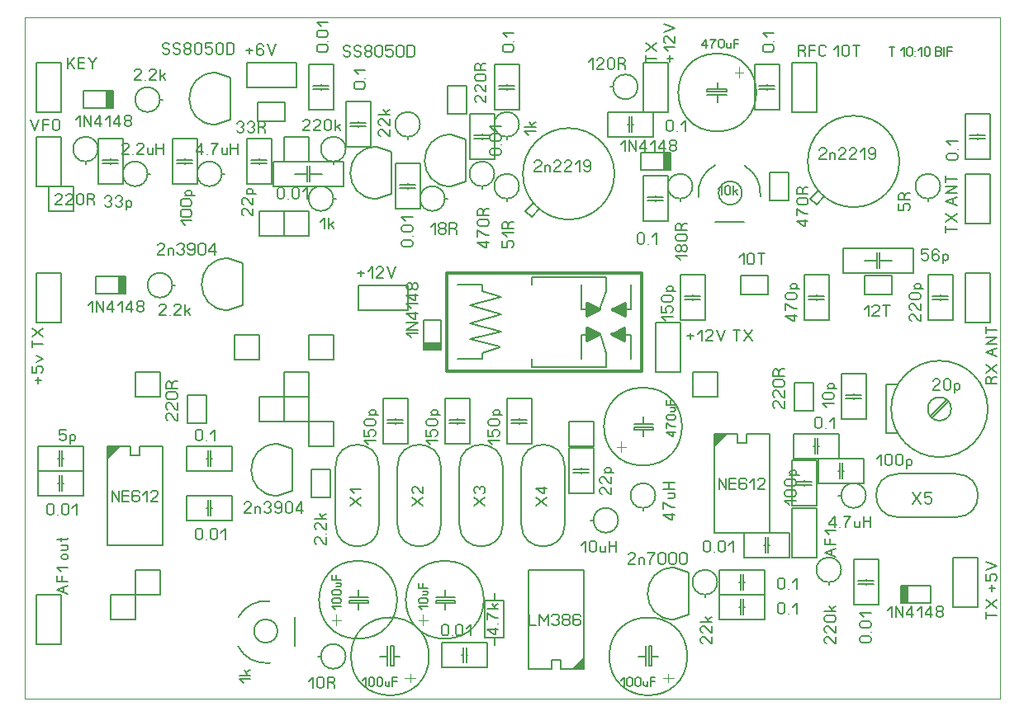
<source format=gbr>
%FSLAX34Y34*%
%MOMM*%
%LNCOPPER_BOTTOM*%
G71*
G01*
%ADD10C, 0.00*%
%ADD11C, 0.15*%
%ADD12C, 0.21*%
%ADD13C, 0.10*%
%ADD14C, 0.16*%
%ADD15C, 0.12*%
%ADD16C, 0.00*%
%ADD17C, 0.30*%
%ADD18C, 0.20*%
%LPD*%
G54D10*
X-50000Y1050000D02*
X950000Y1050000D01*
X950000Y350000D01*
X-50000Y350000D01*
X-50000Y1050000D01*
G54D11*
X-38100Y1003300D02*
X-12700Y1003300D01*
X-12700Y952500D01*
X-38100Y952500D01*
X-38100Y1003300D01*
G54D11*
X88900Y965200D02*
X92000Y965200D01*
G54D11*
G75*
G01X88900Y965200D02*
G03X88900Y965200I-12700J0D01*
G01*
G54D12*
X69774Y985127D02*
X62841Y985127D01*
X62841Y985849D01*
X63708Y987294D01*
X68908Y991627D01*
X69774Y993071D01*
X69774Y994516D01*
X68908Y995960D01*
X67174Y996683D01*
X65441Y996683D01*
X63708Y995960D01*
X62841Y994516D01*
G54D12*
X73818Y985127D02*
X73818Y985127D01*
G54D12*
X84795Y985127D02*
X77862Y985127D01*
X77862Y985849D01*
X78729Y987294D01*
X83929Y991627D01*
X84795Y993071D01*
X84795Y994516D01*
X83929Y995960D01*
X82195Y996683D01*
X80462Y996683D01*
X78729Y995960D01*
X77862Y994516D01*
G54D12*
X88839Y985127D02*
X88839Y996683D01*
G54D12*
X91439Y989460D02*
X94039Y985127D01*
G54D12*
X88839Y988016D02*
X94039Y991627D01*
G54D11*
X40600Y956500D02*
X40600Y973900D01*
X10200Y973900D01*
X10200Y956500D01*
X40600Y956500D01*
G36*
X40500Y956600D02*
X40500Y973300D01*
X33300Y973300D01*
X33300Y956600D01*
X40500Y956600D01*
G37*
G54D13*
X40500Y956600D02*
X40500Y973300D01*
X33300Y973300D01*
X33300Y956600D01*
X40500Y956600D01*
G54D12*
X3145Y944916D02*
X7479Y949250D01*
X7479Y937694D01*
G54D12*
X11522Y937694D02*
X11522Y949250D01*
X18456Y937694D01*
X18456Y949250D01*
G54D12*
X27699Y937694D02*
X27699Y949250D01*
X22499Y942027D01*
X22499Y940583D01*
X29433Y940583D01*
G54D12*
X33476Y944916D02*
X37810Y949250D01*
X37810Y937694D01*
G54D12*
X47053Y937694D02*
X47053Y949250D01*
X41853Y942027D01*
X41853Y940583D01*
X48787Y940583D01*
G54D12*
X57164Y943472D02*
X55430Y943472D01*
X53697Y944194D01*
X52830Y945638D01*
X52830Y947083D01*
X53697Y948527D01*
X55430Y949250D01*
X57164Y949250D01*
X58897Y948527D01*
X59764Y947083D01*
X59764Y945638D01*
X58897Y944194D01*
X57164Y943472D01*
X58897Y942750D01*
X59764Y941305D01*
X59764Y939861D01*
X58897Y938416D01*
X57164Y937694D01*
X55430Y937694D01*
X53697Y938416D01*
X52830Y939861D01*
X52830Y941305D01*
X53697Y942750D01*
X55430Y943472D01*
G54D11*
X145766Y939471D02*
X160966Y944371D01*
X160966Y987971D01*
X145766Y992871D01*
G54D11*
G75*
G01X145666Y992821D02*
G03X145666Y939521I0J-26650D01*
G01*
G54D12*
X92016Y1014052D02*
X92883Y1012607D01*
X94616Y1011885D01*
X96349Y1011885D01*
X98083Y1012607D01*
X98949Y1014052D01*
X98949Y1015496D01*
X98083Y1016941D01*
X96349Y1017663D01*
X94616Y1017663D01*
X92883Y1018385D01*
X92016Y1019829D01*
X92016Y1021274D01*
X92883Y1022718D01*
X94616Y1023441D01*
X96349Y1023441D01*
X98083Y1022718D01*
X98949Y1021274D01*
G54D12*
X102993Y1014052D02*
X103860Y1012607D01*
X105593Y1011885D01*
X107326Y1011885D01*
X109060Y1012607D01*
X109926Y1014052D01*
X109926Y1015496D01*
X109060Y1016941D01*
X107326Y1017663D01*
X105593Y1017663D01*
X103860Y1018385D01*
X102993Y1019829D01*
X102993Y1021274D01*
X103860Y1022718D01*
X105593Y1023441D01*
X107326Y1023441D01*
X109060Y1022718D01*
X109926Y1021274D01*
G54D12*
X118303Y1017663D02*
X116570Y1017663D01*
X114837Y1018385D01*
X113970Y1019829D01*
X113970Y1021274D01*
X114837Y1022718D01*
X116570Y1023441D01*
X118303Y1023441D01*
X120037Y1022718D01*
X120903Y1021274D01*
X120903Y1019829D01*
X120037Y1018385D01*
X118303Y1017663D01*
X120037Y1016941D01*
X120903Y1015496D01*
X120903Y1014052D01*
X120037Y1012607D01*
X118303Y1011885D01*
X116570Y1011885D01*
X114837Y1012607D01*
X113970Y1014052D01*
X113970Y1015496D01*
X114837Y1016941D01*
X116570Y1017663D01*
G54D12*
X131880Y1021274D02*
X131880Y1014052D01*
X131014Y1012607D01*
X129280Y1011885D01*
X127547Y1011885D01*
X125814Y1012607D01*
X124947Y1014052D01*
X124947Y1021274D01*
X125814Y1022718D01*
X127547Y1023441D01*
X129280Y1023441D01*
X131014Y1022718D01*
X131880Y1021274D01*
G54D12*
X142857Y1023441D02*
X135924Y1023441D01*
X135924Y1018385D01*
X136791Y1018385D01*
X138524Y1019107D01*
X140257Y1019107D01*
X141991Y1018385D01*
X142857Y1016941D01*
X142857Y1014052D01*
X141991Y1012607D01*
X140257Y1011885D01*
X138524Y1011885D01*
X136791Y1012607D01*
X135924Y1014052D01*
G54D12*
X153834Y1021274D02*
X153834Y1014052D01*
X152968Y1012607D01*
X151234Y1011885D01*
X149501Y1011885D01*
X147768Y1012607D01*
X146901Y1014052D01*
X146901Y1021274D01*
X147768Y1022718D01*
X149501Y1023441D01*
X151234Y1023441D01*
X152968Y1022718D01*
X153834Y1021274D01*
G54D12*
X157878Y1011885D02*
X157878Y1023441D01*
X162211Y1023441D01*
X163945Y1022718D01*
X164811Y1021274D01*
X164811Y1014052D01*
X163945Y1012607D01*
X162211Y1011885D01*
X157878Y1011885D01*
G54D11*
X177800Y977900D02*
X177800Y1003300D01*
X228600Y1003300D01*
X228600Y977900D01*
X177800Y977900D01*
G54D12*
X177050Y1015606D02*
X183983Y1015606D01*
G54D12*
X180517Y1018494D02*
X180517Y1012717D01*
G54D12*
X194960Y1019939D02*
X194094Y1021383D01*
X192360Y1022106D01*
X190627Y1022106D01*
X188894Y1021383D01*
X188027Y1019939D01*
X188027Y1016328D01*
X188027Y1015606D01*
X190627Y1017050D01*
X192360Y1017050D01*
X194094Y1016328D01*
X194960Y1014883D01*
X194960Y1012717D01*
X194094Y1011272D01*
X192360Y1010550D01*
X190627Y1010550D01*
X188894Y1011272D01*
X188027Y1012717D01*
X188027Y1016328D01*
G54D12*
X199004Y1022106D02*
X203337Y1010550D01*
X207671Y1022106D01*
G54D11*
X188900Y962000D02*
X217500Y962000D01*
X217500Y943000D01*
X188900Y943000D01*
X188900Y962000D01*
G54D12*
X167800Y940539D02*
X168667Y941983D01*
X170400Y942706D01*
X172133Y942706D01*
X173867Y941983D01*
X174733Y940539D01*
X174733Y939094D01*
X173867Y937650D01*
X172133Y936928D01*
X173867Y936206D01*
X174733Y934761D01*
X174733Y933317D01*
X173867Y931872D01*
X172133Y931150D01*
X170400Y931150D01*
X168667Y931872D01*
X167800Y933317D01*
G54D12*
X178777Y940539D02*
X179644Y941983D01*
X181377Y942706D01*
X183110Y942706D01*
X184844Y941983D01*
X185710Y940539D01*
X185710Y939094D01*
X184844Y937650D01*
X183110Y936928D01*
X184844Y936206D01*
X185710Y934761D01*
X185710Y933317D01*
X184844Y931872D01*
X183110Y931150D01*
X181377Y931150D01*
X179644Y931872D01*
X178777Y933317D01*
G54D12*
X193221Y936928D02*
X195821Y935483D01*
X196687Y934039D01*
X196687Y931150D01*
G54D12*
X189754Y931150D02*
X189754Y942706D01*
X194087Y942706D01*
X195821Y941983D01*
X196687Y940539D01*
X196687Y939094D01*
X195821Y937650D01*
X194087Y936928D01*
X189754Y936928D01*
G54D11*
X266700Y1001000D02*
X241300Y1001000D01*
X241300Y954800D01*
X266700Y954800D01*
X266700Y1001000D01*
G54D11*
X262000Y979500D02*
X246000Y979500D01*
G54D11*
X262000Y976300D02*
X246000Y976300D01*
G54D11*
X254000Y979500D02*
X254000Y981100D01*
G54D11*
X254000Y976300D02*
X254000Y974700D01*
G54D12*
X251861Y1021383D02*
X259083Y1021383D01*
X260528Y1020517D01*
X261250Y1018783D01*
X261250Y1017050D01*
X260528Y1015317D01*
X259083Y1014450D01*
X251861Y1014450D01*
X250417Y1015317D01*
X249694Y1017050D01*
X249694Y1018783D01*
X250417Y1020517D01*
X251861Y1021383D01*
G54D12*
X261250Y1025427D02*
X261250Y1025427D01*
G54D12*
X251861Y1036404D02*
X259083Y1036404D01*
X260528Y1035538D01*
X261250Y1033804D01*
X261250Y1032071D01*
X260528Y1030338D01*
X259083Y1029471D01*
X251861Y1029471D01*
X250417Y1030338D01*
X249694Y1032071D01*
X249694Y1033804D01*
X250417Y1035538D01*
X251861Y1036404D01*
G54D12*
X254028Y1040448D02*
X249694Y1044781D01*
X261250Y1044781D01*
G54D11*
X310866Y863271D02*
X326066Y868171D01*
X326066Y911771D01*
X310866Y916671D01*
G54D11*
G75*
G01X310766Y916621D02*
G03X310766Y863321I0J-26650D01*
G01*
G54D12*
X276866Y1011524D02*
X277732Y1010079D01*
X279466Y1009357D01*
X281199Y1009357D01*
X282932Y1010079D01*
X283799Y1011524D01*
X283799Y1012968D01*
X282932Y1014413D01*
X281199Y1015135D01*
X279466Y1015135D01*
X277732Y1015857D01*
X276866Y1017301D01*
X276866Y1018746D01*
X277732Y1020190D01*
X279466Y1020913D01*
X281199Y1020913D01*
X282932Y1020190D01*
X283799Y1018746D01*
G54D12*
X287843Y1011524D02*
X288709Y1010079D01*
X290443Y1009357D01*
X292176Y1009357D01*
X293909Y1010079D01*
X294776Y1011524D01*
X294776Y1012968D01*
X293909Y1014413D01*
X292176Y1015135D01*
X290443Y1015135D01*
X288709Y1015857D01*
X287843Y1017301D01*
X287843Y1018746D01*
X288709Y1020190D01*
X290443Y1020913D01*
X292176Y1020913D01*
X293909Y1020190D01*
X294776Y1018746D01*
G54D12*
X303153Y1015135D02*
X301420Y1015135D01*
X299686Y1015857D01*
X298820Y1017301D01*
X298820Y1018746D01*
X299686Y1020190D01*
X301420Y1020913D01*
X303153Y1020913D01*
X304886Y1020190D01*
X305753Y1018746D01*
X305753Y1017301D01*
X304886Y1015857D01*
X303153Y1015135D01*
X304886Y1014413D01*
X305753Y1012968D01*
X305753Y1011524D01*
X304886Y1010079D01*
X303153Y1009357D01*
X301420Y1009357D01*
X299686Y1010079D01*
X298820Y1011524D01*
X298820Y1012968D01*
X299686Y1014413D01*
X301420Y1015135D01*
G54D12*
X316730Y1018746D02*
X316730Y1011524D01*
X315863Y1010079D01*
X314130Y1009357D01*
X312397Y1009357D01*
X310663Y1010079D01*
X309797Y1011524D01*
X309797Y1018746D01*
X310663Y1020190D01*
X312397Y1020913D01*
X314130Y1020913D01*
X315863Y1020190D01*
X316730Y1018746D01*
G54D12*
X327707Y1020913D02*
X320774Y1020913D01*
X320774Y1015857D01*
X321640Y1015857D01*
X323374Y1016579D01*
X325107Y1016579D01*
X326840Y1015857D01*
X327707Y1014413D01*
X327707Y1011524D01*
X326840Y1010079D01*
X325107Y1009357D01*
X323374Y1009357D01*
X321640Y1010079D01*
X320774Y1011524D01*
G54D12*
X338684Y1018746D02*
X338684Y1011524D01*
X337817Y1010079D01*
X336084Y1009357D01*
X334351Y1009357D01*
X332617Y1010079D01*
X331751Y1011524D01*
X331751Y1018746D01*
X332617Y1020190D01*
X334351Y1020913D01*
X336084Y1020913D01*
X337817Y1020190D01*
X338684Y1018746D01*
G54D12*
X342728Y1009357D02*
X342728Y1020913D01*
X347061Y1020913D01*
X348794Y1020190D01*
X349661Y1018746D01*
X349661Y1011524D01*
X348794Y1010079D01*
X347061Y1009357D01*
X342728Y1009357D01*
G54D11*
X-38100Y927100D02*
X-12700Y927100D01*
X-12700Y876300D01*
X-38100Y876300D01*
X-38100Y927100D01*
G54D12*
X-43550Y945006D02*
X-39217Y933450D01*
X-34883Y945006D01*
G54D12*
X-30839Y933450D02*
X-30839Y945006D01*
X-24772Y945006D01*
G54D12*
X-30839Y939228D02*
X-24772Y939228D01*
G54D12*
X-13795Y942839D02*
X-13795Y935617D01*
X-14661Y934172D01*
X-16395Y933450D01*
X-18128Y933450D01*
X-19861Y934172D01*
X-20728Y935617D01*
X-20728Y942839D01*
X-19861Y944283D01*
X-18128Y945006D01*
X-16395Y945006D01*
X-14661Y944283D01*
X-13795Y942839D01*
G54D11*
X12700Y901700D02*
X12700Y898600D01*
G54D11*
G75*
G01X12700Y901700D02*
G03X12700Y901700I0J12700D01*
G01*
G54D12*
X-11240Y857159D02*
X-18173Y857159D01*
X-18173Y857881D01*
X-17306Y859326D01*
X-12106Y863659D01*
X-11240Y865103D01*
X-11240Y866548D01*
X-12106Y867992D01*
X-13840Y868715D01*
X-15573Y868715D01*
X-17306Y867992D01*
X-18173Y866548D01*
G54D12*
X-263Y857159D02*
X-7196Y857159D01*
X-7196Y857881D01*
X-6329Y859326D01*
X-1129Y863659D01*
X-263Y865103D01*
X-263Y866548D01*
X-1129Y867992D01*
X-2863Y868715D01*
X-4596Y868715D01*
X-6329Y867992D01*
X-7196Y866548D01*
G54D12*
X10714Y866548D02*
X10714Y859326D01*
X9848Y857881D01*
X8114Y857159D01*
X6381Y857159D01*
X4648Y857881D01*
X3781Y859326D01*
X3781Y866548D01*
X4648Y867992D01*
X6381Y868715D01*
X8114Y868715D01*
X9848Y867992D01*
X10714Y866548D01*
G54D12*
X18225Y862937D02*
X20825Y861492D01*
X21691Y860048D01*
X21691Y857159D01*
G54D12*
X14758Y857159D02*
X14758Y868715D01*
X19091Y868715D01*
X20825Y867992D01*
X21691Y866548D01*
X21691Y865103D01*
X20825Y863659D01*
X19091Y862937D01*
X14758Y862937D01*
G54D11*
X50800Y924800D02*
X25400Y924800D01*
X25400Y878600D01*
X50800Y878600D01*
X50800Y924800D01*
G54D11*
X46100Y903300D02*
X30100Y903300D01*
G54D11*
X46100Y900100D02*
X30100Y900100D01*
G54D11*
X38100Y903300D02*
X38100Y904900D01*
G54D11*
X38100Y900100D02*
X38100Y898500D01*
G54D12*
X32650Y864339D02*
X33517Y865783D01*
X35250Y866506D01*
X36983Y866506D01*
X38717Y865783D01*
X39583Y864339D01*
X39583Y862894D01*
X38717Y861450D01*
X36983Y860728D01*
X38717Y860006D01*
X39583Y858561D01*
X39583Y857117D01*
X38717Y855672D01*
X36983Y854950D01*
X35250Y854950D01*
X33517Y855672D01*
X32650Y857117D01*
G54D12*
X43627Y864339D02*
X44494Y865783D01*
X46227Y866506D01*
X47960Y866506D01*
X49694Y865783D01*
X50560Y864339D01*
X50560Y862894D01*
X49694Y861450D01*
X47960Y860728D01*
X49694Y860006D01*
X50560Y858561D01*
X50560Y857117D01*
X49694Y855672D01*
X47960Y854950D01*
X46227Y854950D01*
X44494Y855672D01*
X43627Y857117D01*
G54D12*
X54604Y861450D02*
X54604Y852061D01*
G54D12*
X54604Y857117D02*
X55471Y855239D01*
X57204Y854950D01*
X58937Y855239D01*
X59804Y856683D01*
X59804Y859572D01*
X58937Y861017D01*
X57204Y861450D01*
X55471Y861017D01*
X54604Y859283D01*
G54D11*
X76200Y889000D02*
X79300Y889000D01*
G54D11*
G75*
G01X76200Y889000D02*
G03X76200Y889000I-12700J0D01*
G01*
G54D12*
X57074Y908927D02*
X50141Y908927D01*
X50141Y909649D01*
X51008Y911094D01*
X56208Y915427D01*
X57074Y916871D01*
X57074Y918316D01*
X56208Y919760D01*
X54474Y920483D01*
X52741Y920483D01*
X51008Y919760D01*
X50141Y918316D01*
G54D12*
X61118Y908927D02*
X61118Y908927D01*
G54D12*
X72095Y908927D02*
X65162Y908927D01*
X65162Y909649D01*
X66029Y911094D01*
X71229Y915427D01*
X72095Y916871D01*
X72095Y918316D01*
X71229Y919760D01*
X69495Y920483D01*
X67762Y920483D01*
X66029Y919760D01*
X65162Y918316D01*
G54D12*
X81339Y915427D02*
X81339Y908927D01*
G54D12*
X81339Y910371D02*
X80472Y909216D01*
X78739Y908927D01*
X77006Y909216D01*
X76139Y910371D01*
X76139Y915427D01*
G54D12*
X85383Y908927D02*
X85383Y920483D01*
G54D12*
X92316Y908927D02*
X92316Y920483D01*
G54D12*
X85383Y914705D02*
X92316Y914705D01*
G54D11*
X127000Y924800D02*
X101600Y924800D01*
X101600Y878600D01*
X127000Y878600D01*
X127000Y924800D01*
G54D11*
X122300Y903300D02*
X106300Y903300D01*
G54D11*
X122300Y900100D02*
X106300Y900100D01*
G54D11*
X114300Y903300D02*
X114300Y904900D01*
G54D11*
X114300Y900100D02*
X114300Y898500D01*
G54D12*
X114328Y836650D02*
X109994Y840983D01*
X121550Y840983D01*
G54D12*
X112161Y851960D02*
X119383Y851960D01*
X120828Y851094D01*
X121550Y849360D01*
X121550Y847627D01*
X120828Y845894D01*
X119383Y845027D01*
X112161Y845027D01*
X110717Y845894D01*
X109994Y847627D01*
X109994Y849360D01*
X110717Y851094D01*
X112161Y851960D01*
G54D12*
X112161Y862937D02*
X119383Y862937D01*
X120828Y862071D01*
X121550Y860337D01*
X121550Y858604D01*
X120828Y856871D01*
X119383Y856004D01*
X112161Y856004D01*
X110717Y856871D01*
X109994Y858604D01*
X109994Y860337D01*
X110717Y862071D01*
X112161Y862937D01*
G54D12*
X115050Y866981D02*
X124439Y866981D01*
G54D12*
X119383Y866981D02*
X121261Y867848D01*
X121550Y869581D01*
X121261Y871314D01*
X119817Y872181D01*
X116928Y872181D01*
X115483Y871314D01*
X115050Y869581D01*
X115483Y867848D01*
X117217Y866981D01*
G54D11*
X152400Y889000D02*
X155500Y889000D01*
G54D11*
G75*
G01X152400Y889000D02*
G03X152400Y889000I-12700J0D01*
G01*
G54D12*
X131541Y908927D02*
X131541Y920483D01*
X126341Y913260D01*
X126341Y911816D01*
X133274Y911816D01*
G54D12*
X137318Y908927D02*
X137318Y908927D01*
G54D12*
X141362Y920483D02*
X148295Y920483D01*
X147429Y919038D01*
X145695Y916871D01*
X143962Y913983D01*
X143095Y911816D01*
X143095Y908927D01*
G54D12*
X157539Y915427D02*
X157539Y908927D01*
G54D12*
X157539Y910371D02*
X156672Y909216D01*
X154939Y908927D01*
X153206Y909216D01*
X152339Y910371D01*
X152339Y915427D01*
G54D12*
X161583Y908927D02*
X161583Y920483D01*
G54D12*
X168516Y908927D02*
X168516Y920483D01*
G54D12*
X161583Y914705D02*
X168516Y914705D01*
G54D11*
X203200Y924800D02*
X177800Y924800D01*
X177800Y878600D01*
X203200Y878600D01*
X203200Y924800D01*
G54D11*
X198500Y903300D02*
X182500Y903300D01*
G54D11*
X198500Y900100D02*
X182500Y900100D01*
G54D11*
X190500Y903300D02*
X190500Y904900D01*
G54D11*
X190500Y900100D02*
X190500Y898500D01*
G54D12*
X184300Y853490D02*
X184300Y846556D01*
X183578Y846556D01*
X182133Y847423D01*
X177800Y852623D01*
X176356Y853490D01*
X174911Y853490D01*
X173467Y852623D01*
X172744Y850890D01*
X172744Y849156D01*
X173467Y847423D01*
X174911Y846556D01*
G54D12*
X184300Y864467D02*
X184300Y857533D01*
X183578Y857533D01*
X182133Y858400D01*
X177800Y863600D01*
X176356Y864467D01*
X174911Y864467D01*
X173467Y863600D01*
X172744Y861867D01*
X172744Y860133D01*
X173467Y858400D01*
X174911Y857533D01*
G54D12*
X177800Y868510D02*
X187189Y868510D01*
G54D12*
X182133Y868510D02*
X184011Y869377D01*
X184300Y871110D01*
X184011Y872844D01*
X182567Y873710D01*
X179678Y873710D01*
X178233Y872844D01*
X177800Y871110D01*
X178233Y869377D01*
X179967Y868510D01*
G54D11*
X266700Y901700D02*
X266700Y898600D01*
G54D11*
G75*
G01X266700Y901700D02*
G03X266700Y901700I0J12700D01*
G01*
G54D12*
X242760Y933359D02*
X235827Y933359D01*
X235827Y934081D01*
X236694Y935526D01*
X241894Y939859D01*
X242760Y941303D01*
X242760Y942748D01*
X241894Y944192D01*
X240160Y944915D01*
X238427Y944915D01*
X236694Y944192D01*
X235827Y942748D01*
G54D12*
X253737Y933359D02*
X246804Y933359D01*
X246804Y934081D01*
X247671Y935526D01*
X252871Y939859D01*
X253737Y941303D01*
X253737Y942748D01*
X252871Y944192D01*
X251137Y944915D01*
X249404Y944915D01*
X247671Y944192D01*
X246804Y942748D01*
G54D12*
X264714Y942748D02*
X264714Y935526D01*
X263848Y934081D01*
X262114Y933359D01*
X260381Y933359D01*
X258648Y934081D01*
X257781Y935526D01*
X257781Y942748D01*
X258648Y944192D01*
X260381Y944915D01*
X262114Y944915D01*
X263848Y944192D01*
X264714Y942748D01*
G54D12*
X268758Y933359D02*
X268758Y944915D01*
G54D12*
X271358Y937692D02*
X273958Y933359D01*
G54D12*
X268758Y936248D02*
X273958Y939859D01*
G54D11*
X304800Y962900D02*
X279400Y962900D01*
X279400Y916700D01*
X304800Y916700D01*
X304800Y962900D01*
G54D11*
X300100Y941400D02*
X284100Y941400D01*
G54D11*
X300100Y938200D02*
X284100Y938200D01*
G54D11*
X292100Y941400D02*
X292100Y943000D01*
G54D11*
X292100Y938200D02*
X292100Y936600D01*
G54D12*
X289961Y983283D02*
X297183Y983283D01*
X298628Y982417D01*
X299350Y980683D01*
X299350Y978950D01*
X298628Y977217D01*
X297183Y976350D01*
X289961Y976350D01*
X288517Y977217D01*
X287794Y978950D01*
X287794Y980683D01*
X288517Y982417D01*
X289961Y983283D01*
G54D12*
X299350Y987327D02*
X299350Y987327D01*
G54D12*
X292128Y991371D02*
X287794Y995704D01*
X299350Y995704D01*
G54D11*
X330200Y853200D02*
X355600Y853200D01*
X355600Y899400D01*
X330200Y899400D01*
X330200Y853200D01*
G54D11*
X334900Y874700D02*
X350900Y874700D01*
G54D11*
X334900Y877900D02*
X350900Y877900D01*
G54D11*
X342900Y874700D02*
X342900Y873100D01*
G54D11*
X342900Y877900D02*
X342900Y879500D01*
G54D12*
X338961Y821283D02*
X346183Y821283D01*
X347628Y820417D01*
X348350Y818683D01*
X348350Y816950D01*
X347628Y815217D01*
X346183Y814350D01*
X338961Y814350D01*
X337517Y815217D01*
X336794Y816950D01*
X336794Y818683D01*
X337517Y820417D01*
X338961Y821283D01*
G54D12*
X348350Y825327D02*
X348350Y825327D01*
G54D12*
X338961Y836304D02*
X346183Y836304D01*
X347628Y835438D01*
X348350Y833704D01*
X348350Y831971D01*
X347628Y830238D01*
X346183Y829371D01*
X338961Y829371D01*
X337517Y830238D01*
X336794Y831971D01*
X336794Y833704D01*
X337517Y835438D01*
X338961Y836304D01*
G54D12*
X341128Y840348D02*
X336794Y844681D01*
X348350Y844681D01*
G54D11*
X387066Y875971D02*
X402266Y880871D01*
X402266Y924471D01*
X387066Y929371D01*
G54D11*
G75*
G01X386966Y929321D02*
G03X386966Y876021I0J-26650D01*
G01*
G54D11*
X342900Y927100D02*
X342900Y924000D01*
G54D11*
G75*
G01X342900Y927100D02*
G03X342900Y927100I0J12700D01*
G01*
G54D12*
X324727Y934692D02*
X324727Y927759D01*
X324005Y927759D01*
X322560Y928626D01*
X318227Y933826D01*
X316783Y934692D01*
X315338Y934692D01*
X313894Y933826D01*
X313171Y932092D01*
X313171Y930359D01*
X313894Y928626D01*
X315338Y927759D01*
G54D12*
X324727Y945669D02*
X324727Y938736D01*
X324005Y938736D01*
X322560Y939603D01*
X318227Y944803D01*
X316783Y945669D01*
X315338Y945669D01*
X313894Y944803D01*
X313171Y943069D01*
X313171Y941336D01*
X313894Y939603D01*
X315338Y938736D01*
G54D12*
X324727Y949713D02*
X313171Y949713D01*
G54D12*
X320394Y952313D02*
X324727Y954913D01*
G54D12*
X321838Y949713D02*
X318227Y954913D01*
G54D11*
X266700Y863600D02*
X269800Y863600D01*
G54D11*
G75*
G01X266700Y863600D02*
G03X266700Y863600I-12700J0D01*
G01*
G54D12*
X253341Y839949D02*
X257674Y844283D01*
X257674Y832727D01*
G54D12*
X261718Y832727D02*
X261718Y844283D01*
G54D12*
X264318Y837060D02*
X266918Y832727D01*
G54D12*
X261718Y835616D02*
X266918Y839227D01*
G54D11*
X403200Y979500D02*
X403200Y950900D01*
X384200Y950900D01*
X384200Y979500D01*
X403200Y979500D01*
G54D12*
X423150Y969433D02*
X423150Y962500D01*
X422428Y962500D01*
X420983Y963367D01*
X416650Y968567D01*
X415206Y969433D01*
X413761Y969433D01*
X412317Y968567D01*
X411594Y966833D01*
X411594Y965100D01*
X412317Y963367D01*
X413761Y962500D01*
G54D12*
X423150Y980410D02*
X423150Y973477D01*
X422428Y973477D01*
X420983Y974344D01*
X416650Y979544D01*
X415206Y980410D01*
X413761Y980410D01*
X412317Y979544D01*
X411594Y977810D01*
X411594Y976077D01*
X412317Y974344D01*
X413761Y973477D01*
G54D12*
X413761Y991387D02*
X420983Y991387D01*
X422428Y990521D01*
X423150Y988787D01*
X423150Y987054D01*
X422428Y985321D01*
X420983Y984454D01*
X413761Y984454D01*
X412317Y985321D01*
X411594Y987054D01*
X411594Y988787D01*
X412317Y990521D01*
X413761Y991387D01*
G54D12*
X417372Y998898D02*
X418817Y1001498D01*
X420261Y1002364D01*
X423150Y1002364D01*
G54D12*
X423150Y995431D02*
X411594Y995431D01*
X411594Y999764D01*
X412317Y1001498D01*
X413761Y1002364D01*
X415206Y1002364D01*
X416650Y1001498D01*
X417372Y999764D01*
X417372Y995431D01*
G54D11*
X381000Y863600D02*
X384100Y863600D01*
G54D11*
G75*
G01X381000Y863600D02*
G03X381000Y863600I-12700J0D01*
G01*
G54D12*
X366556Y834589D02*
X370890Y838922D01*
X370890Y827367D01*
G54D12*
X379267Y833144D02*
X377533Y833144D01*
X375800Y833867D01*
X374933Y835311D01*
X374933Y836756D01*
X375800Y838200D01*
X377533Y838922D01*
X379267Y838922D01*
X381000Y838200D01*
X381867Y836756D01*
X381867Y835311D01*
X381000Y833867D01*
X379267Y833144D01*
X381000Y832422D01*
X381867Y830978D01*
X381867Y829533D01*
X381000Y828089D01*
X379267Y827367D01*
X377533Y827367D01*
X375800Y828089D01*
X374933Y829533D01*
X374933Y830978D01*
X375800Y832422D01*
X377533Y833144D01*
G54D12*
X389377Y833144D02*
X391977Y831700D01*
X392844Y830256D01*
X392844Y827367D01*
G54D12*
X385910Y827367D02*
X385910Y838922D01*
X390244Y838922D01*
X391977Y838200D01*
X392844Y836756D01*
X392844Y835311D01*
X391977Y833867D01*
X390244Y833144D01*
X385910Y833144D01*
G54D11*
X431800Y950200D02*
X406400Y950200D01*
X406400Y904000D01*
X431800Y904000D01*
X431800Y950200D01*
G54D11*
X427100Y928700D02*
X411100Y928700D01*
G54D11*
X427100Y925500D02*
X411100Y925500D01*
G54D11*
X419100Y928700D02*
X419100Y930300D01*
G54D11*
X419100Y925500D02*
X419100Y923900D01*
G54D12*
X429267Y914812D02*
X436489Y914812D01*
X437933Y913946D01*
X438656Y912212D01*
X438656Y910479D01*
X437933Y908746D01*
X436489Y907879D01*
X429267Y907879D01*
X427822Y908746D01*
X427100Y910479D01*
X427100Y912212D01*
X427822Y913946D01*
X429267Y914812D01*
G54D12*
X438656Y918856D02*
X438656Y918856D01*
G54D12*
X429267Y929833D02*
X436489Y929833D01*
X437933Y928967D01*
X438656Y927233D01*
X438656Y925500D01*
X437933Y923767D01*
X436489Y922900D01*
X429267Y922900D01*
X427822Y923767D01*
X427100Y925500D01*
X427100Y927233D01*
X427822Y928967D01*
X429267Y929833D01*
G54D12*
X431433Y933877D02*
X427100Y938210D01*
X438656Y938210D01*
G54D11*
X419100Y876300D02*
X419100Y873200D01*
G54D11*
G75*
G01X419100Y876300D02*
G03X419100Y876300I0J12700D01*
G01*
G54D12*
X426327Y818659D02*
X414771Y818659D01*
X421994Y813459D01*
X423438Y813459D01*
X423438Y820392D01*
G54D12*
X414771Y824436D02*
X414771Y831369D01*
X416216Y830503D01*
X418383Y828769D01*
X421271Y827036D01*
X423438Y826169D01*
X426327Y826169D01*
G54D12*
X416938Y842346D02*
X424160Y842346D01*
X425605Y841480D01*
X426327Y839746D01*
X426327Y838013D01*
X425605Y836280D01*
X424160Y835413D01*
X416938Y835413D01*
X415494Y836280D01*
X414771Y838013D01*
X414771Y839746D01*
X415494Y841480D01*
X416938Y842346D01*
G54D12*
X420549Y849857D02*
X421994Y852457D01*
X423438Y853323D01*
X426327Y853323D01*
G54D12*
X426327Y846390D02*
X414771Y846390D01*
X414771Y850723D01*
X415494Y852457D01*
X416938Y853323D01*
X418383Y853323D01*
X419827Y852457D01*
X420549Y850723D01*
X420549Y846390D01*
G54D11*
X444500Y927100D02*
X444500Y924000D01*
G54D11*
G75*
G01X444500Y927100D02*
G03X444500Y927100I0J12700D01*
G01*
G54D12*
X467011Y928823D02*
X462678Y933156D01*
X474233Y933156D01*
G54D12*
X474233Y937200D02*
X462678Y937200D01*
G54D12*
X469900Y939800D02*
X474233Y942400D01*
G54D12*
X471344Y937200D02*
X467733Y942400D01*
G54D11*
G75*
G01X508000Y935943D02*
G03X508000Y935943I0J-46950D01*
G01*
G54D11*
X478000Y852900D02*
X469900Y844800D01*
X463800Y850900D01*
X471900Y859000D01*
G54D12*
X480030Y891493D02*
X473097Y891493D01*
X473097Y892215D01*
X473964Y893660D01*
X479164Y897993D01*
X480030Y899437D01*
X480030Y900882D01*
X479164Y902326D01*
X477430Y903049D01*
X475697Y903049D01*
X473964Y902326D01*
X473097Y900882D01*
G54D12*
X484074Y891493D02*
X484074Y897993D01*
G54D12*
X484074Y896549D02*
X484941Y897560D01*
X486674Y897993D01*
X488407Y897560D01*
X489274Y896549D01*
X489274Y891493D01*
G54D12*
X500251Y891493D02*
X493318Y891493D01*
X493318Y892215D01*
X494185Y893660D01*
X499385Y897993D01*
X500251Y899437D01*
X500251Y900882D01*
X499385Y902326D01*
X497651Y903049D01*
X495918Y903049D01*
X494185Y902326D01*
X493318Y900882D01*
G54D12*
X511228Y891493D02*
X504295Y891493D01*
X504295Y892215D01*
X505162Y893660D01*
X510362Y897993D01*
X511228Y899437D01*
X511228Y900882D01*
X510362Y902326D01*
X508628Y903049D01*
X506895Y903049D01*
X505162Y902326D01*
X504295Y900882D01*
G54D12*
X515272Y898715D02*
X519605Y903049D01*
X519605Y891493D01*
G54D12*
X523649Y893660D02*
X524516Y892215D01*
X526249Y891493D01*
X527982Y891493D01*
X529716Y892215D01*
X530582Y893660D01*
X530582Y897271D01*
X530582Y897993D01*
X527982Y896549D01*
X526249Y896549D01*
X524516Y897271D01*
X523649Y898715D01*
X523649Y900882D01*
X524516Y902326D01*
X526249Y903049D01*
X527982Y903049D01*
X529716Y902326D01*
X530582Y900882D01*
X530582Y897271D01*
G54D11*
X444500Y863600D02*
X444500Y860500D01*
G54D11*
G75*
G01X444500Y863600D02*
G03X444500Y863600I0J12700D01*
G01*
G54D12*
X440171Y820392D02*
X440171Y813459D01*
X445227Y813459D01*
X445227Y814326D01*
X444505Y816059D01*
X444505Y817792D01*
X445227Y819526D01*
X446671Y820392D01*
X449560Y820392D01*
X451005Y819526D01*
X451727Y817792D01*
X451727Y816059D01*
X451005Y814326D01*
X449560Y813459D01*
G54D12*
X444505Y824436D02*
X440171Y828769D01*
X451727Y828769D01*
G54D12*
X445949Y836280D02*
X447394Y838880D01*
X448838Y839746D01*
X451727Y839746D01*
G54D12*
X451727Y832813D02*
X440171Y832813D01*
X440171Y837146D01*
X440894Y838880D01*
X442338Y839746D01*
X443783Y839746D01*
X445227Y838880D01*
X445949Y837146D01*
X445949Y832813D01*
G54D11*
X457200Y1001000D02*
X431800Y1001000D01*
X431800Y954800D01*
X457200Y954800D01*
X457200Y1001000D01*
G54D11*
X452500Y979500D02*
X436500Y979500D01*
G54D11*
X452500Y976300D02*
X436500Y976300D01*
G54D11*
X444500Y979500D02*
X444500Y981100D01*
G54D11*
X444500Y976300D02*
X444500Y974700D01*
G54D12*
X442361Y1021383D02*
X449583Y1021383D01*
X451028Y1020517D01*
X451750Y1018783D01*
X451750Y1017050D01*
X451028Y1015317D01*
X449583Y1014450D01*
X442361Y1014450D01*
X440917Y1015317D01*
X440194Y1017050D01*
X440194Y1018783D01*
X440917Y1020517D01*
X442361Y1021383D01*
G54D12*
X451750Y1025427D02*
X451750Y1025427D01*
G54D12*
X444528Y1029471D02*
X440194Y1033804D01*
X451750Y1033804D01*
G54D11*
X594600Y927100D02*
X594600Y952500D01*
X548400Y952500D01*
X548400Y927100D01*
X594600Y927100D01*
G54D11*
X573100Y931800D02*
X573100Y947800D01*
G54D11*
X569900Y931800D02*
X569900Y947800D01*
G54D11*
X573100Y939800D02*
X574700Y939800D01*
G54D11*
X569900Y939800D02*
X568300Y939800D01*
G54D12*
X614983Y941939D02*
X614983Y934717D01*
X614117Y933272D01*
X612383Y932550D01*
X610650Y932550D01*
X608917Y933272D01*
X608050Y934717D01*
X608050Y941939D01*
X608917Y943383D01*
X610650Y944106D01*
X612383Y944106D01*
X614117Y943383D01*
X614983Y941939D01*
G54D12*
X619027Y932550D02*
X619027Y932550D01*
G54D12*
X623071Y939772D02*
X627404Y944106D01*
X627404Y932550D01*
G54D11*
X612100Y893000D02*
X612100Y910400D01*
X581700Y910400D01*
X581700Y893000D01*
X612100Y893000D01*
G36*
X612000Y893100D02*
X612000Y909800D01*
X604800Y909800D01*
X604800Y893100D01*
X612000Y893100D01*
G37*
G54D13*
X612000Y893100D02*
X612000Y909800D01*
X604800Y909800D01*
X604800Y893100D01*
X612000Y893100D01*
G54D12*
X561946Y919516D02*
X566279Y923850D01*
X566279Y912294D01*
G54D12*
X570322Y912294D02*
X570322Y923850D01*
X577256Y912294D01*
X577256Y923850D01*
G54D12*
X586500Y912294D02*
X586500Y923850D01*
X581300Y916627D01*
X581300Y915183D01*
X588233Y915183D01*
G54D12*
X592276Y919516D02*
X596610Y923850D01*
X596610Y912294D01*
G54D12*
X605854Y912294D02*
X605854Y923850D01*
X600654Y916627D01*
X600654Y915183D01*
X607587Y915183D01*
G54D12*
X615964Y918072D02*
X614230Y918072D01*
X612497Y918794D01*
X611630Y920238D01*
X611630Y921683D01*
X612497Y923127D01*
X614230Y923850D01*
X615964Y923850D01*
X617697Y923127D01*
X618564Y921683D01*
X618564Y920238D01*
X617697Y918794D01*
X615964Y918072D01*
X617697Y917350D01*
X618564Y915905D01*
X618564Y914461D01*
X617697Y913016D01*
X615964Y912294D01*
X614230Y912294D01*
X612497Y913016D01*
X611630Y914461D01*
X611630Y915905D01*
X612497Y917350D01*
X614230Y918072D01*
G54D11*
X609600Y886700D02*
X584200Y886700D01*
X584200Y840500D01*
X609600Y840500D01*
X609600Y886700D01*
G54D11*
X604900Y865200D02*
X588900Y865200D01*
G54D11*
X604900Y862000D02*
X588900Y862000D01*
G54D11*
X596900Y865200D02*
X596900Y866800D01*
G54D11*
X596900Y862000D02*
X596900Y860400D01*
G54D12*
X585683Y826239D02*
X585683Y819017D01*
X584817Y817572D01*
X583083Y816850D01*
X581350Y816850D01*
X579617Y817572D01*
X578750Y819017D01*
X578750Y826239D01*
X579617Y827683D01*
X581350Y828406D01*
X583083Y828406D01*
X584817Y827683D01*
X585683Y826239D01*
G54D12*
X589727Y816850D02*
X589727Y816850D01*
G54D12*
X593771Y824072D02*
X598104Y828406D01*
X598104Y816850D01*
G54D11*
X622300Y863600D02*
X622300Y860500D01*
G54D11*
G75*
G01X622300Y863600D02*
G03X622300Y863600I0J12700D01*
G01*
G54D12*
X622305Y800759D02*
X617971Y805092D01*
X629527Y805092D01*
G54D12*
X623749Y813469D02*
X623749Y811736D01*
X623027Y810003D01*
X621583Y809136D01*
X620138Y809136D01*
X618694Y810003D01*
X617971Y811736D01*
X617971Y813469D01*
X618694Y815203D01*
X620138Y816069D01*
X621583Y816069D01*
X623027Y815203D01*
X623749Y813469D01*
X624471Y815203D01*
X625916Y816069D01*
X627360Y816069D01*
X628805Y815203D01*
X629527Y813469D01*
X629527Y811736D01*
X628805Y810003D01*
X627360Y809136D01*
X625916Y809136D01*
X624471Y810003D01*
X623749Y811736D01*
G54D12*
X620138Y827046D02*
X627360Y827046D01*
X628805Y826180D01*
X629527Y824446D01*
X629527Y822713D01*
X628805Y820980D01*
X627360Y820113D01*
X620138Y820113D01*
X618694Y820980D01*
X617971Y822713D01*
X617971Y824446D01*
X618694Y826180D01*
X620138Y827046D01*
G54D12*
X623749Y834557D02*
X625194Y837157D01*
X626638Y838023D01*
X629527Y838023D01*
G54D12*
X629527Y831090D02*
X617971Y831090D01*
X617971Y835423D01*
X618694Y837157D01*
X620138Y838023D01*
X621583Y838023D01*
X623027Y837157D01*
X623749Y835423D01*
X623749Y831090D01*
G54D11*
X658400Y839400D02*
X687800Y839400D01*
G54D11*
G75*
G01X658172Y897812D02*
G03X641011Y864846I14528J-28512D01*
G01*
G54D11*
G75*
G01X704462Y865400D02*
G03X688214Y897288I-31762J3900D01*
G01*
G54D11*
G75*
G01X685700Y869300D02*
G03X685700Y869300I-12000J0D01*
G01*
G54D14*
X661923Y873189D02*
X665256Y876522D01*
X665256Y867633D01*
G54D14*
X673700Y874856D02*
X673700Y869300D01*
X673033Y868189D01*
X671700Y867633D01*
X670367Y867633D01*
X669033Y868189D01*
X668367Y869300D01*
X668367Y874856D01*
X669033Y875967D01*
X670367Y876522D01*
X671700Y876522D01*
X673033Y875967D01*
X673700Y874856D01*
G54D14*
X676811Y867633D02*
X676811Y876522D01*
G54D14*
X678811Y870967D02*
X680811Y867633D01*
G54D14*
X676811Y869856D02*
X680811Y872633D01*
G54D11*
X649700Y973000D02*
X649700Y976200D01*
X669700Y976200D01*
X669700Y973000D01*
X649700Y973000D01*
G54D11*
X649700Y969800D02*
X669700Y969800D01*
G54D11*
G75*
G01X660400Y1012500D02*
G03X660400Y1012500I0J-40000D01*
G01*
G54D11*
X660400Y969500D02*
X660400Y962500D01*
G54D11*
X660400Y976500D02*
X660400Y982500D01*
G54D15*
X682600Y998500D02*
X682600Y987800D01*
G54D15*
X678200Y993200D02*
X687100Y993200D01*
G54D14*
X649050Y1018250D02*
X649050Y1027139D01*
X645050Y1021583D01*
X645050Y1020472D01*
X650383Y1020472D01*
G54D14*
X653494Y1027139D02*
X658827Y1027139D01*
X658161Y1026028D01*
X656827Y1024361D01*
X655494Y1022139D01*
X654827Y1020472D01*
X654827Y1018250D01*
G54D14*
X667271Y1025472D02*
X667271Y1019917D01*
X666605Y1018806D01*
X665271Y1018250D01*
X663938Y1018250D01*
X662605Y1018806D01*
X661938Y1019917D01*
X661938Y1025472D01*
X662605Y1026583D01*
X663938Y1027139D01*
X665271Y1027139D01*
X666605Y1026583D01*
X667271Y1025472D01*
G54D14*
X674382Y1023250D02*
X674382Y1018250D01*
G54D14*
X674382Y1019361D02*
X673715Y1018472D01*
X672382Y1018250D01*
X671049Y1018472D01*
X670382Y1019361D01*
X670382Y1023250D01*
G54D14*
X677493Y1018250D02*
X677493Y1027139D01*
X682160Y1027139D01*
G54D14*
X677493Y1022694D02*
X682160Y1022694D01*
G54D11*
X553478Y978299D02*
X550378Y978299D01*
G54D11*
G75*
G01X553478Y978299D02*
G03X553478Y978299I12700J0D01*
G01*
G54D12*
X528738Y1003694D02*
X533071Y1008028D01*
X533071Y996472D01*
G54D12*
X544048Y996472D02*
X537114Y996472D01*
X537114Y997194D01*
X537981Y998639D01*
X543181Y1002972D01*
X544048Y1004417D01*
X544048Y1005861D01*
X543181Y1007305D01*
X541448Y1008028D01*
X539714Y1008028D01*
X537981Y1007305D01*
X537114Y1005861D01*
G54D12*
X555025Y1005861D02*
X555025Y998639D01*
X554158Y997194D01*
X552425Y996472D01*
X550692Y996472D01*
X548958Y997194D01*
X548092Y998639D01*
X548092Y1005861D01*
X548958Y1007305D01*
X550692Y1008028D01*
X552425Y1008028D01*
X554158Y1007305D01*
X555025Y1005861D01*
G54D12*
X562535Y1002250D02*
X565135Y1000805D01*
X566002Y999361D01*
X566002Y996472D01*
G54D12*
X559068Y996472D02*
X559068Y1008028D01*
X563402Y1008028D01*
X565135Y1007305D01*
X566002Y1005861D01*
X566002Y1004417D01*
X565135Y1002972D01*
X563402Y1002250D01*
X559068Y1002250D01*
G54D11*
X584200Y1003300D02*
X609600Y1003300D01*
X609600Y952500D01*
X584200Y952500D01*
X584200Y1003300D01*
G54D12*
X598250Y1007517D02*
X586694Y1007517D01*
G54D12*
X586694Y1004050D02*
X586694Y1010983D01*
G54D12*
X586694Y1015027D02*
X598250Y1023694D01*
G54D12*
X598250Y1015027D02*
X586694Y1023694D01*
G54D12*
X611794Y1004050D02*
X611794Y1010983D01*
G54D12*
X608906Y1007517D02*
X614683Y1007517D01*
G54D12*
X609628Y1015027D02*
X605294Y1019360D01*
X616850Y1019360D01*
G54D12*
X616850Y1030337D02*
X616850Y1023404D01*
X616128Y1023404D01*
X614683Y1024271D01*
X610350Y1029471D01*
X608906Y1030337D01*
X607461Y1030337D01*
X606017Y1029471D01*
X605294Y1027737D01*
X605294Y1026004D01*
X606017Y1024271D01*
X607461Y1023404D01*
G54D12*
X605294Y1034381D02*
X616850Y1038714D01*
X605294Y1043048D01*
G54D11*
X723900Y1001000D02*
X698500Y1001000D01*
X698500Y954800D01*
X723900Y954800D01*
X723900Y1001000D01*
G54D11*
X719200Y979500D02*
X703200Y979500D01*
G54D11*
X719200Y976300D02*
X703200Y976300D01*
G54D11*
X711200Y979500D02*
X711200Y981100D01*
G54D11*
X711200Y976300D02*
X711200Y974700D01*
G54D12*
X709061Y1021383D02*
X716283Y1021383D01*
X717728Y1020517D01*
X718450Y1018783D01*
X718450Y1017050D01*
X717728Y1015317D01*
X716283Y1014450D01*
X709061Y1014450D01*
X707617Y1015317D01*
X706894Y1017050D01*
X706894Y1018783D01*
X707617Y1020517D01*
X709061Y1021383D01*
G54D12*
X718450Y1025427D02*
X718450Y1025427D01*
G54D12*
X711228Y1029471D02*
X706894Y1033804D01*
X718450Y1033804D01*
G54D11*
G75*
G01X800100Y948643D02*
G03X800100Y948643I0J-46950D01*
G01*
G54D11*
X770100Y865600D02*
X762000Y857500D01*
X755900Y863600D01*
X764000Y871700D01*
G54D12*
X772130Y904193D02*
X765197Y904193D01*
X765197Y904915D01*
X766064Y906360D01*
X771264Y910693D01*
X772130Y912137D01*
X772130Y913582D01*
X771264Y915026D01*
X769530Y915749D01*
X767797Y915749D01*
X766064Y915026D01*
X765197Y913582D01*
G54D12*
X776174Y904193D02*
X776174Y910693D01*
G54D12*
X776174Y909249D02*
X777041Y910260D01*
X778774Y910693D01*
X780507Y910260D01*
X781374Y909249D01*
X781374Y904193D01*
G54D12*
X792351Y904193D02*
X785418Y904193D01*
X785418Y904915D01*
X786285Y906360D01*
X791485Y910693D01*
X792351Y912137D01*
X792351Y913582D01*
X791485Y915026D01*
X789751Y915749D01*
X788018Y915749D01*
X786285Y915026D01*
X785418Y913582D01*
G54D12*
X803328Y904193D02*
X796395Y904193D01*
X796395Y904915D01*
X797262Y906360D01*
X802462Y910693D01*
X803328Y912137D01*
X803328Y913582D01*
X802462Y915026D01*
X800728Y915749D01*
X798995Y915749D01*
X797262Y915026D01*
X796395Y913582D01*
G54D12*
X807372Y911415D02*
X811705Y915749D01*
X811705Y904193D01*
G54D12*
X815749Y906360D02*
X816616Y904915D01*
X818349Y904193D01*
X820082Y904193D01*
X821816Y904915D01*
X822682Y906360D01*
X822682Y909971D01*
X822682Y910693D01*
X820082Y909249D01*
X818349Y909249D01*
X816616Y909971D01*
X815749Y911415D01*
X815749Y913582D01*
X816616Y915026D01*
X818349Y915749D01*
X820082Y915749D01*
X821816Y915026D01*
X822682Y913582D01*
X822682Y909971D01*
G54D11*
X733400Y890600D02*
X733400Y862000D01*
X714400Y862000D01*
X714400Y890600D01*
X733400Y890600D01*
G54D12*
X753350Y840700D02*
X741794Y840700D01*
X749017Y835500D01*
X750461Y835500D01*
X750461Y842433D01*
G54D12*
X741794Y846477D02*
X741794Y853410D01*
X743239Y852544D01*
X745406Y850810D01*
X748294Y849077D01*
X750461Y848210D01*
X753350Y848210D01*
G54D12*
X743961Y864387D02*
X751183Y864387D01*
X752628Y863521D01*
X753350Y861787D01*
X753350Y860054D01*
X752628Y858321D01*
X751183Y857454D01*
X743961Y857454D01*
X742517Y858321D01*
X741794Y860054D01*
X741794Y861787D01*
X742517Y863521D01*
X743961Y864387D01*
G54D12*
X747572Y871898D02*
X749017Y874498D01*
X750461Y875364D01*
X753350Y875364D01*
G54D12*
X753350Y868431D02*
X741794Y868431D01*
X741794Y872764D01*
X742517Y874498D01*
X743961Y875364D01*
X745406Y875364D01*
X746850Y874498D01*
X747572Y872764D01*
X747572Y868431D01*
G54D11*
X736600Y1003300D02*
X762000Y1003300D01*
X762000Y952500D01*
X736600Y952500D01*
X736600Y1003300D01*
G54D12*
X747317Y1015428D02*
X749917Y1013983D01*
X750783Y1012539D01*
X750783Y1009650D01*
G54D12*
X743850Y1009650D02*
X743850Y1021206D01*
X748183Y1021206D01*
X749917Y1020483D01*
X750783Y1019039D01*
X750783Y1017594D01*
X749917Y1016150D01*
X748183Y1015428D01*
X743850Y1015428D01*
G54D12*
X754827Y1009650D02*
X754827Y1021206D01*
X760894Y1021206D01*
G54D12*
X754827Y1015428D02*
X760894Y1015428D01*
G54D12*
X771871Y1011817D02*
X771005Y1010372D01*
X769271Y1009650D01*
X767538Y1009650D01*
X765805Y1010372D01*
X764938Y1011817D01*
X764938Y1019039D01*
X765805Y1020483D01*
X767538Y1021206D01*
X769271Y1021206D01*
X771005Y1020483D01*
X771871Y1019039D01*
G54D12*
X780132Y1016872D02*
X784465Y1021206D01*
X784465Y1009650D01*
G54D12*
X795442Y1019039D02*
X795442Y1011817D01*
X794576Y1010372D01*
X792842Y1009650D01*
X791109Y1009650D01*
X789376Y1010372D01*
X788509Y1011817D01*
X788509Y1019039D01*
X789376Y1020483D01*
X791109Y1021206D01*
X792842Y1021206D01*
X794576Y1020483D01*
X795442Y1019039D01*
G54D12*
X802953Y1009650D02*
X802953Y1021206D01*
G54D12*
X799486Y1021206D02*
X806419Y1021206D01*
G54D14*
X839427Y1010065D02*
X839427Y1018954D01*
G54D14*
X836760Y1018954D02*
X842093Y1018954D01*
G54D14*
X848448Y1015621D02*
X851781Y1018954D01*
X851781Y1010065D01*
G54D14*
X860225Y1017287D02*
X860225Y1011732D01*
X859559Y1010621D01*
X858225Y1010065D01*
X856892Y1010065D01*
X855559Y1010621D01*
X854892Y1011732D01*
X854892Y1017287D01*
X855559Y1018398D01*
X856892Y1018954D01*
X858225Y1018954D01*
X859559Y1018398D01*
X860225Y1017287D01*
G54D14*
X863336Y1010065D02*
X863336Y1010065D01*
G54D14*
X863336Y1015065D02*
X863336Y1015065D01*
G54D14*
X866447Y1015621D02*
X869780Y1018954D01*
X869780Y1010065D01*
G54D14*
X878224Y1017287D02*
X878224Y1011732D01*
X877558Y1010621D01*
X876224Y1010065D01*
X874891Y1010065D01*
X873558Y1010621D01*
X872891Y1011732D01*
X872891Y1017287D01*
X873558Y1018398D01*
X874891Y1018954D01*
X876224Y1018954D01*
X877558Y1018398D01*
X878224Y1017287D01*
G54D14*
X884579Y1010065D02*
X884579Y1018954D01*
X887912Y1018954D01*
X889246Y1018398D01*
X889912Y1017287D01*
X889912Y1016176D01*
X889246Y1015065D01*
X887912Y1014509D01*
X889246Y1013954D01*
X889912Y1012843D01*
X889912Y1011732D01*
X889246Y1010621D01*
X887912Y1010065D01*
X884579Y1010065D01*
G54D14*
X884579Y1014509D02*
X887912Y1014509D01*
G54D14*
X893023Y1010065D02*
X893023Y1018954D01*
G54D14*
X896134Y1010065D02*
X896134Y1018954D01*
X900801Y1018954D01*
G54D14*
X896134Y1014509D02*
X900801Y1014509D01*
G54D11*
X914400Y904000D02*
X939800Y904000D01*
X939800Y950200D01*
X914400Y950200D01*
X914400Y904000D01*
G54D11*
X919100Y925500D02*
X935100Y925500D01*
G54D11*
X919100Y928700D02*
X935100Y928700D01*
G54D11*
X927100Y925500D02*
X927100Y923900D01*
G54D11*
X927100Y928700D02*
X927100Y930300D01*
G54D12*
X897761Y910183D02*
X904983Y910183D01*
X906428Y909317D01*
X907150Y907583D01*
X907150Y905850D01*
X906428Y904117D01*
X904983Y903250D01*
X897761Y903250D01*
X896317Y904117D01*
X895594Y905850D01*
X895594Y907583D01*
X896317Y909317D01*
X897761Y910183D01*
G54D12*
X907150Y914227D02*
X907150Y914227D01*
G54D12*
X899928Y918271D02*
X895594Y922604D01*
X907150Y922604D01*
G54D11*
X914400Y889000D02*
X939800Y889000D01*
X939800Y838200D01*
X914400Y838200D01*
X914400Y889000D01*
G54D12*
X906033Y832228D02*
X894478Y832228D01*
G54D12*
X894478Y828762D02*
X894478Y835695D01*
G54D12*
X894478Y839739D02*
X906033Y848405D01*
G54D12*
X906033Y839739D02*
X894478Y848405D01*
G54D12*
X906033Y856667D02*
X894478Y861000D01*
X906033Y865333D01*
G54D12*
X901700Y858400D02*
X901700Y863600D01*
G54D12*
X906033Y869378D02*
X894478Y869378D01*
X906033Y876311D01*
X894478Y876311D01*
G54D12*
X906033Y883821D02*
X894478Y883821D01*
G54D12*
X894478Y880355D02*
X894478Y887288D01*
G54D11*
X876300Y863600D02*
X876300Y860500D01*
G54D11*
G75*
G01X876300Y863600D02*
G03X876300Y863600I0J12700D01*
G01*
G54D12*
X846571Y858492D02*
X846571Y851559D01*
X851627Y851559D01*
X851627Y852426D01*
X850905Y854159D01*
X850905Y855892D01*
X851627Y857626D01*
X853071Y858492D01*
X855960Y858492D01*
X857405Y857626D01*
X858127Y855892D01*
X858127Y854159D01*
X857405Y852426D01*
X855960Y851559D01*
G54D12*
X852349Y866003D02*
X853794Y868603D01*
X855238Y869469D01*
X858127Y869469D01*
G54D12*
X858127Y862536D02*
X846571Y862536D01*
X846571Y866869D01*
X847294Y868603D01*
X848738Y869469D01*
X850183Y869469D01*
X851627Y868603D01*
X852349Y866869D01*
X852349Y862536D01*
G54D11*
X92100Y609600D02*
X68200Y609600D01*
X68200Y600100D01*
X58800Y600100D01*
X58800Y609600D01*
X34900Y609600D01*
X34900Y508000D01*
X92100Y508000D01*
X92100Y609600D01*
G36*
X34900Y609700D02*
X47600Y609700D01*
X34900Y596900D01*
X34900Y609700D01*
G37*
G54D16*
X34900Y609700D02*
X47600Y609700D01*
X34900Y596900D01*
X34900Y609700D01*
G54D12*
X39725Y552450D02*
X39725Y564006D01*
X46658Y552450D01*
X46658Y564006D01*
G54D12*
X56769Y552450D02*
X50702Y552450D01*
X50702Y564006D01*
X56769Y564006D01*
G54D12*
X50702Y558228D02*
X56769Y558228D01*
G54D12*
X67746Y561839D02*
X66880Y563283D01*
X65146Y564006D01*
X63413Y564006D01*
X61680Y563283D01*
X60813Y561839D01*
X60813Y558228D01*
X60813Y557506D01*
X63413Y558950D01*
X65146Y558950D01*
X66880Y558228D01*
X67746Y556783D01*
X67746Y554617D01*
X66880Y553172D01*
X65146Y552450D01*
X63413Y552450D01*
X61680Y553172D01*
X60813Y554617D01*
X60813Y558228D01*
G54D12*
X71790Y559672D02*
X76123Y564006D01*
X76123Y552450D01*
G54D12*
X87100Y552450D02*
X80167Y552450D01*
X80167Y553172D01*
X81034Y554617D01*
X86234Y558950D01*
X87100Y560394D01*
X87100Y561839D01*
X86234Y563283D01*
X84500Y564006D01*
X82767Y564006D01*
X81034Y563283D01*
X80167Y561839D01*
G54D11*
X714400Y622300D02*
X690500Y622300D01*
X690500Y612800D01*
X681100Y612800D01*
X681100Y622300D01*
X657200Y622300D01*
X657200Y520700D01*
X714400Y520700D01*
X714400Y622300D01*
G36*
X657200Y622400D02*
X669900Y622400D01*
X657200Y609600D01*
X657200Y622400D01*
G37*
G54D16*
X657200Y622400D02*
X669900Y622400D01*
X657200Y609600D01*
X657200Y622400D01*
G54D12*
X662025Y565150D02*
X662025Y576706D01*
X668958Y565150D01*
X668958Y576706D01*
G54D12*
X679069Y565150D02*
X673002Y565150D01*
X673002Y576706D01*
X679069Y576706D01*
G54D12*
X673002Y570928D02*
X679069Y570928D01*
G54D12*
X690046Y574539D02*
X689180Y575983D01*
X687446Y576706D01*
X685713Y576706D01*
X683980Y575983D01*
X683113Y574539D01*
X683113Y570928D01*
X683113Y570206D01*
X685713Y571650D01*
X687446Y571650D01*
X689180Y570928D01*
X690046Y569483D01*
X690046Y567317D01*
X689180Y565872D01*
X687446Y565150D01*
X685713Y565150D01*
X683980Y565872D01*
X683113Y567317D01*
X683113Y570928D01*
G54D12*
X694090Y572372D02*
X698423Y576706D01*
X698423Y565150D01*
G54D12*
X709400Y565150D02*
X702467Y565150D01*
X702467Y565872D01*
X703334Y567317D01*
X708534Y571650D01*
X709400Y573094D01*
X709400Y574539D01*
X708534Y575983D01*
X706800Y576706D01*
X705067Y576706D01*
X703334Y575983D01*
X702467Y574539D01*
G54D11*
X313450Y589050D02*
X313450Y528750D01*
G54D11*
X269050Y588950D02*
X269050Y528650D01*
G54D11*
G75*
G01X313450Y588850D02*
G03X269050Y588850I-22200J0D01*
G01*
G54D11*
G75*
G01X269050Y528750D02*
G03X313450Y528750I22200J0D01*
G01*
G54D12*
X283744Y548300D02*
X295300Y556967D01*
G54D12*
X295300Y548300D02*
X283744Y556967D01*
G54D12*
X288078Y561011D02*
X283744Y565344D01*
X295300Y565344D01*
G54D17*
X582685Y686635D02*
X582585Y787235D01*
X382685Y787135D01*
X382685Y686635D01*
X582685Y686635D01*
G54D18*
X394085Y698735D02*
X419485Y698735D01*
X419485Y705035D01*
X419485Y704935D01*
X436985Y711335D01*
X436985Y711435D01*
X406785Y719335D01*
X438585Y727335D01*
X406785Y735235D01*
X438585Y744835D01*
X406785Y754235D01*
X438585Y762235D01*
X419485Y768635D01*
X419485Y774935D01*
X394085Y774935D01*
G54D18*
X571885Y698735D02*
X571885Y724035D01*
X552885Y724035D01*
G54D18*
X521085Y698735D02*
X521085Y724035D01*
X540085Y724035D01*
G54D18*
X571885Y774935D02*
X571885Y749535D01*
X552885Y749535D01*
G54D18*
X521085Y774935D02*
X521085Y749535D01*
X540085Y749535D01*
G36*
X552885Y724135D02*
X552785Y724135D01*
X565485Y717735D01*
X565485Y730435D01*
X552885Y724035D01*
X552885Y724135D01*
G37*
G54D17*
X552885Y724135D02*
X552785Y724135D01*
X565485Y717735D01*
X565485Y730435D01*
X552885Y724035D01*
X552885Y724135D01*
G36*
X552985Y749535D02*
X552885Y749535D01*
X565585Y743135D01*
X565585Y755835D01*
X552985Y749435D01*
X552985Y749535D01*
G37*
G54D17*
X552985Y749535D02*
X552885Y749535D01*
X565585Y743135D01*
X565585Y755835D01*
X552985Y749435D01*
X552985Y749535D01*
G36*
X539885Y724235D02*
X539985Y724235D01*
X527285Y730635D01*
X527285Y717935D01*
X539885Y724335D01*
X539885Y724235D01*
G37*
G54D17*
X539885Y724235D02*
X539985Y724235D01*
X527285Y730635D01*
X527285Y717935D01*
X539885Y724335D01*
X539885Y724235D01*
G36*
X539985Y749535D02*
X540085Y749535D01*
X527385Y755935D01*
X527385Y743235D01*
X539985Y749635D01*
X539985Y749535D01*
G37*
G54D17*
X539985Y749535D02*
X540085Y749535D01*
X527385Y755935D01*
X527385Y743235D01*
X539985Y749635D01*
X539985Y749535D01*
G54D18*
X540085Y724135D02*
X540185Y724135D01*
X546585Y705135D01*
X546485Y705135D01*
X546485Y690835D01*
X482985Y690835D01*
X470285Y690835D01*
X470285Y698735D01*
G54D18*
X540085Y749535D02*
X540085Y749535D01*
X546485Y768535D01*
X546485Y782835D01*
X470285Y782835D01*
X470285Y774935D01*
G54D11*
X914400Y787400D02*
X939800Y787400D01*
X939800Y736600D01*
X914400Y736600D01*
X914400Y787400D01*
G54D12*
X941272Y677317D02*
X942717Y679917D01*
X944161Y680783D01*
X947050Y680783D01*
G54D12*
X947050Y673850D02*
X935494Y673850D01*
X935494Y678183D01*
X936217Y679917D01*
X937661Y680783D01*
X939106Y680783D01*
X940550Y679917D01*
X941272Y678183D01*
X941272Y673850D01*
G54D12*
X935494Y684827D02*
X947050Y693494D01*
G54D12*
X947050Y684827D02*
X935494Y693494D01*
G54D12*
X947050Y701755D02*
X935494Y706088D01*
X947050Y710422D01*
G54D12*
X942717Y703488D02*
X942717Y708688D01*
G54D12*
X947050Y714466D02*
X935494Y714466D01*
X947050Y721399D01*
X935494Y721399D01*
G54D12*
X947050Y728910D02*
X935494Y728910D01*
G54D12*
X935494Y725443D02*
X935494Y732376D01*
G54D11*
X876300Y738900D02*
X901700Y738900D01*
X901700Y785100D01*
X876300Y785100D01*
X876300Y738900D01*
G54D11*
X881000Y760400D02*
X897000Y760400D01*
G54D11*
X881000Y763600D02*
X897000Y763600D01*
G54D11*
X889000Y760400D02*
X889000Y758800D01*
G54D11*
X889000Y763600D02*
X889000Y765200D01*
G54D12*
X869050Y745083D02*
X869050Y738150D01*
X868328Y738150D01*
X866883Y739017D01*
X862550Y744217D01*
X861106Y745083D01*
X859661Y745083D01*
X858217Y744217D01*
X857494Y742483D01*
X857494Y740750D01*
X858217Y739017D01*
X859661Y738150D01*
G54D12*
X869050Y756060D02*
X869050Y749127D01*
X868328Y749127D01*
X866883Y749994D01*
X862550Y755194D01*
X861106Y756060D01*
X859661Y756060D01*
X858217Y755194D01*
X857494Y753460D01*
X857494Y751727D01*
X858217Y749994D01*
X859661Y749127D01*
G54D12*
X859661Y767037D02*
X866883Y767037D01*
X868328Y766171D01*
X869050Y764437D01*
X869050Y762704D01*
X868328Y760971D01*
X866883Y760104D01*
X859661Y760104D01*
X858217Y760971D01*
X857494Y762704D01*
X857494Y764437D01*
X858217Y766171D01*
X859661Y767037D01*
G54D12*
X862550Y771081D02*
X871939Y771081D01*
G54D12*
X866883Y771081D02*
X868761Y771948D01*
X869050Y773681D01*
X868761Y775414D01*
X867317Y776281D01*
X864428Y776281D01*
X862983Y775414D01*
X862550Y773681D01*
X862983Y771948D01*
X864717Y771081D01*
G54D11*
X839800Y765200D02*
X811200Y765200D01*
X811200Y784200D01*
X839800Y784200D01*
X839800Y765200D01*
G54D12*
X811056Y750022D02*
X815390Y754356D01*
X815390Y742800D01*
G54D12*
X826367Y742800D02*
X819433Y742800D01*
X819433Y743522D01*
X820300Y744967D01*
X825500Y749300D01*
X826367Y750744D01*
X826367Y752189D01*
X825500Y753633D01*
X823767Y754356D01*
X822033Y754356D01*
X820300Y753633D01*
X819433Y752189D01*
G54D12*
X833877Y742800D02*
X833877Y754356D01*
G54D12*
X830410Y754356D02*
X837344Y754356D01*
G54D11*
X749300Y738900D02*
X774700Y738900D01*
X774700Y785100D01*
X749300Y785100D01*
X749300Y738900D01*
G54D11*
X754000Y760400D02*
X770000Y760400D01*
G54D11*
X754000Y763600D02*
X770000Y763600D01*
G54D11*
X762000Y760400D02*
X762000Y758800D01*
G54D11*
X762000Y763600D02*
X762000Y765200D01*
G54D12*
X742050Y743350D02*
X730494Y743350D01*
X737717Y738150D01*
X739161Y738150D01*
X739161Y745083D01*
G54D12*
X730494Y749127D02*
X730494Y756060D01*
X731939Y755194D01*
X734106Y753460D01*
X736994Y751727D01*
X739161Y750860D01*
X742050Y750860D01*
G54D12*
X732661Y767037D02*
X739883Y767037D01*
X741328Y766171D01*
X742050Y764437D01*
X742050Y762704D01*
X741328Y760971D01*
X739883Y760104D01*
X732661Y760104D01*
X731217Y760971D01*
X730494Y762704D01*
X730494Y764437D01*
X731217Y766171D01*
X732661Y767037D01*
G54D12*
X735550Y771081D02*
X744939Y771081D01*
G54D12*
X739883Y771081D02*
X741761Y771948D01*
X742050Y773681D01*
X741761Y775414D01*
X740317Y776281D01*
X737428Y776281D01*
X735983Y775414D01*
X735550Y773681D01*
X735983Y771948D01*
X737717Y771081D01*
G54D11*
X712800Y765200D02*
X684200Y765200D01*
X684200Y784200D01*
X712800Y784200D01*
X712800Y765200D01*
G54D12*
X683100Y803272D02*
X687433Y807606D01*
X687433Y796050D01*
G54D12*
X698410Y805439D02*
X698410Y798217D01*
X697544Y796772D01*
X695810Y796050D01*
X694077Y796050D01*
X692344Y796772D01*
X691477Y798217D01*
X691477Y805439D01*
X692344Y806883D01*
X694077Y807606D01*
X695810Y807606D01*
X697544Y806883D01*
X698410Y805439D01*
G54D12*
X705921Y796050D02*
X705921Y807606D01*
G54D12*
X702454Y807606D02*
X709387Y807606D01*
G54D11*
X622300Y738900D02*
X647700Y738900D01*
X647700Y785100D01*
X622300Y785100D01*
X622300Y738900D01*
G54D11*
X627000Y760400D02*
X643000Y760400D01*
G54D11*
X627000Y763600D02*
X643000Y763600D01*
G54D11*
X635000Y760400D02*
X635000Y758800D01*
G54D11*
X635000Y763600D02*
X635000Y765200D01*
G54D12*
X607828Y738150D02*
X603494Y742483D01*
X615050Y742483D01*
G54D12*
X603494Y753460D02*
X603494Y746527D01*
X608550Y746527D01*
X608550Y747394D01*
X607828Y749127D01*
X607828Y750860D01*
X608550Y752594D01*
X609994Y753460D01*
X612883Y753460D01*
X614328Y752594D01*
X615050Y750860D01*
X615050Y749127D01*
X614328Y747394D01*
X612883Y746527D01*
G54D12*
X605661Y764437D02*
X612883Y764437D01*
X614328Y763571D01*
X615050Y761837D01*
X615050Y760104D01*
X614328Y758371D01*
X612883Y757504D01*
X605661Y757504D01*
X604217Y758371D01*
X603494Y760104D01*
X603494Y761837D01*
X604217Y763571D01*
X605661Y764437D01*
G54D12*
X608550Y768481D02*
X617939Y768481D01*
G54D12*
X612883Y768481D02*
X614761Y769348D01*
X615050Y771081D01*
X614761Y772814D01*
X613317Y773681D01*
X610428Y773681D01*
X608983Y772814D01*
X608550Y771081D01*
X608983Y769348D01*
X610717Y768481D01*
G54D11*
X-38100Y787400D02*
X-12700Y787400D01*
X-12700Y736600D01*
X-38100Y736600D01*
X-38100Y787400D01*
G54D12*
X-35906Y673850D02*
X-35906Y680783D01*
G54D12*
X-38794Y677317D02*
X-33017Y677317D01*
G54D12*
X-42406Y691760D02*
X-42406Y684827D01*
X-37350Y684827D01*
X-37350Y685694D01*
X-38072Y687427D01*
X-38072Y689160D01*
X-37350Y690894D01*
X-35906Y691760D01*
X-33017Y691760D01*
X-31572Y690894D01*
X-30850Y689160D01*
X-30850Y687427D01*
X-31572Y685694D01*
X-33017Y684827D01*
G54D12*
X-37350Y695804D02*
X-30850Y699271D01*
X-37350Y702737D01*
G54D12*
X-30850Y714465D02*
X-42406Y714465D01*
G54D12*
X-42406Y710998D02*
X-42406Y717931D01*
G54D12*
X-42406Y721975D02*
X-30850Y730642D01*
G54D12*
X-30850Y721975D02*
X-42406Y730642D01*
G54D11*
X53300Y766000D02*
X53300Y783400D01*
X22900Y783400D01*
X22900Y766000D01*
X53300Y766000D01*
G36*
X53200Y766100D02*
X53200Y782800D01*
X46000Y782800D01*
X46000Y766100D01*
X53200Y766100D01*
G37*
G54D13*
X53200Y766100D02*
X53200Y782800D01*
X46000Y782800D01*
X46000Y766100D01*
X53200Y766100D01*
G54D12*
X15845Y754416D02*
X20179Y758750D01*
X20179Y747194D01*
G54D12*
X24222Y747194D02*
X24222Y758750D01*
X31156Y747194D01*
X31156Y758750D01*
G54D12*
X40399Y747194D02*
X40399Y758750D01*
X35199Y751527D01*
X35199Y750083D01*
X42133Y750083D01*
G54D12*
X46176Y754416D02*
X50510Y758750D01*
X50510Y747194D01*
G54D12*
X59753Y747194D02*
X59753Y758750D01*
X54553Y751527D01*
X54553Y750083D01*
X61487Y750083D01*
G54D12*
X69864Y752972D02*
X68130Y752972D01*
X66397Y753694D01*
X65530Y755138D01*
X65530Y756583D01*
X66397Y758027D01*
X68130Y758750D01*
X69864Y758750D01*
X71597Y758027D01*
X72464Y756583D01*
X72464Y755138D01*
X71597Y753694D01*
X69864Y752972D01*
X71597Y752250D01*
X72464Y750805D01*
X72464Y749361D01*
X71597Y747916D01*
X69864Y747194D01*
X68130Y747194D01*
X66397Y747916D01*
X65530Y749361D01*
X65530Y750805D01*
X66397Y752250D01*
X68130Y752972D01*
G54D11*
X101600Y774700D02*
X104700Y774700D01*
G54D11*
G75*
G01X101600Y774700D02*
G03X101600Y774700I-12700J0D01*
G01*
G54D12*
X95174Y743827D02*
X88241Y743827D01*
X88241Y744549D01*
X89108Y745994D01*
X94308Y750327D01*
X95174Y751771D01*
X95174Y753216D01*
X94308Y754660D01*
X92574Y755383D01*
X90841Y755383D01*
X89108Y754660D01*
X88241Y753216D01*
G54D12*
X99218Y743827D02*
X99218Y743827D01*
G54D12*
X110195Y743827D02*
X103262Y743827D01*
X103262Y744549D01*
X104129Y745994D01*
X109329Y750327D01*
X110195Y751771D01*
X110195Y753216D01*
X109329Y754660D01*
X107595Y755383D01*
X105862Y755383D01*
X104129Y754660D01*
X103262Y753216D01*
G54D12*
X114239Y743827D02*
X114239Y755383D01*
G54D12*
X116839Y748160D02*
X119439Y743827D01*
G54D12*
X114239Y746716D02*
X119439Y750327D01*
G54D11*
X158466Y748971D02*
X173666Y753871D01*
X173666Y797471D01*
X158466Y802371D01*
G54D11*
G75*
G01X158366Y802321D02*
G03X158366Y749021I0J-26650D01*
G01*
G54D12*
X93299Y806157D02*
X86366Y806157D01*
X86366Y806879D01*
X87232Y808324D01*
X92432Y812657D01*
X93299Y814101D01*
X93299Y815546D01*
X92432Y816990D01*
X90699Y817713D01*
X88966Y817713D01*
X87232Y816990D01*
X86366Y815546D01*
G54D12*
X97343Y806157D02*
X97343Y812657D01*
G54D12*
X97343Y811213D02*
X98209Y812224D01*
X99943Y812657D01*
X101676Y812224D01*
X102543Y811213D01*
X102543Y806157D01*
G54D12*
X106587Y815546D02*
X107453Y816990D01*
X109187Y817713D01*
X110920Y817713D01*
X112653Y816990D01*
X113520Y815546D01*
X113520Y814101D01*
X112653Y812657D01*
X110920Y811935D01*
X112653Y811213D01*
X113520Y809768D01*
X113520Y808324D01*
X112653Y806879D01*
X110920Y806157D01*
X109187Y806157D01*
X107453Y806879D01*
X106587Y808324D01*
G54D12*
X117564Y808324D02*
X118430Y806879D01*
X120164Y806157D01*
X121897Y806157D01*
X123630Y806879D01*
X124497Y808324D01*
X124497Y811935D01*
X124497Y812657D01*
X121897Y811213D01*
X120164Y811213D01*
X118430Y811935D01*
X117564Y813379D01*
X117564Y815546D01*
X118430Y816990D01*
X120164Y817713D01*
X121897Y817713D01*
X123630Y816990D01*
X124497Y815546D01*
X124497Y811935D01*
G54D12*
X135474Y815546D02*
X135474Y808324D01*
X134607Y806879D01*
X132874Y806157D01*
X131141Y806157D01*
X129407Y806879D01*
X128541Y808324D01*
X128541Y815546D01*
X129407Y816990D01*
X131141Y817713D01*
X132874Y817713D01*
X134607Y816990D01*
X135474Y815546D01*
G54D12*
X144718Y806157D02*
X144718Y817713D01*
X139518Y810490D01*
X139518Y809046D01*
X146451Y809046D01*
G54D11*
X359600Y708700D02*
X377000Y708700D01*
X377000Y739100D01*
X359600Y739100D01*
X359600Y708700D01*
G36*
X359700Y708800D02*
X376400Y708800D01*
X376400Y716000D01*
X359700Y716000D01*
X359700Y708800D01*
G37*
G54D13*
X359700Y708800D02*
X376400Y708800D01*
X376400Y716000D01*
X359700Y716000D01*
X359700Y708800D01*
G54D12*
X346271Y720754D02*
X341938Y725088D01*
X353494Y725088D01*
G54D12*
X353494Y729131D02*
X341938Y729131D01*
X353494Y736065D01*
X341938Y736065D01*
G54D12*
X353494Y745308D02*
X341938Y745308D01*
X349160Y740108D01*
X350605Y740108D01*
X350605Y747042D01*
G54D12*
X346271Y751085D02*
X341938Y755419D01*
X353494Y755419D01*
G54D12*
X353494Y764662D02*
X341938Y764662D01*
X349160Y759462D01*
X350605Y759462D01*
X350605Y766396D01*
G54D12*
X347716Y774773D02*
X347716Y773039D01*
X346994Y771306D01*
X345549Y770439D01*
X344105Y770439D01*
X342660Y771306D01*
X341938Y773039D01*
X341938Y774773D01*
X342660Y776506D01*
X344105Y777373D01*
X345549Y777373D01*
X346994Y776506D01*
X347716Y774773D01*
X348438Y776506D01*
X349882Y777373D01*
X351327Y777373D01*
X352771Y776506D01*
X353494Y774773D01*
X353494Y773039D01*
X352771Y771306D01*
X351327Y770439D01*
X349882Y770439D01*
X348438Y771306D01*
X347716Y773039D01*
G54D11*
X596900Y736600D02*
X622300Y736600D01*
X622300Y685800D01*
X596900Y685800D01*
X596900Y736600D01*
G54D12*
X629550Y722606D02*
X636483Y722606D01*
G54D12*
X633017Y725494D02*
X633017Y719717D01*
G54D12*
X640527Y724772D02*
X644860Y729106D01*
X644860Y717550D01*
G54D12*
X655837Y717550D02*
X648904Y717550D01*
X648904Y718272D01*
X649771Y719717D01*
X654971Y724050D01*
X655837Y725494D01*
X655837Y726939D01*
X654971Y728383D01*
X653237Y729106D01*
X651504Y729106D01*
X649771Y728383D01*
X648904Y726939D01*
G54D12*
X659881Y729106D02*
X664214Y717550D01*
X668548Y729106D01*
G54D12*
X680276Y717550D02*
X680276Y729106D01*
G54D12*
X676809Y729106D02*
X683742Y729106D01*
G54D12*
X687786Y729106D02*
X696453Y717550D01*
G54D12*
X687786Y717550D02*
X696453Y729106D01*
G54D11*
X376950Y589050D02*
X376950Y528750D01*
G54D11*
X332550Y588950D02*
X332550Y528650D01*
G54D11*
G75*
G01X376950Y588850D02*
G03X332550Y588850I-22200J0D01*
G01*
G54D11*
G75*
G01X332550Y528750D02*
G03X376950Y528750I22200J0D01*
G01*
G54D12*
X347244Y548300D02*
X358800Y556967D01*
G54D12*
X358800Y548300D02*
X347244Y556967D01*
G54D12*
X358800Y567944D02*
X358800Y561011D01*
X358078Y561011D01*
X356633Y561878D01*
X352300Y567078D01*
X350856Y567944D01*
X349411Y567944D01*
X347967Y567078D01*
X347244Y565344D01*
X347244Y563611D01*
X347967Y561878D01*
X349411Y561011D01*
G54D11*
X440450Y589050D02*
X440450Y528750D01*
G54D11*
X396050Y588950D02*
X396050Y528650D01*
G54D11*
G75*
G01X440450Y588850D02*
G03X396050Y588850I-22200J0D01*
G01*
G54D11*
G75*
G01X396050Y528750D02*
G03X440450Y528750I22200J0D01*
G01*
G54D12*
X410744Y548300D02*
X422300Y556967D01*
G54D12*
X422300Y548300D02*
X410744Y556967D01*
G54D12*
X412911Y561011D02*
X411467Y561878D01*
X410744Y563611D01*
X410744Y565344D01*
X411467Y567078D01*
X412911Y567944D01*
X414356Y567944D01*
X415800Y567078D01*
X416522Y565344D01*
X417244Y567078D01*
X418689Y567944D01*
X420133Y567944D01*
X421578Y567078D01*
X422300Y565344D01*
X422300Y563611D01*
X421578Y561878D01*
X420133Y561011D01*
G54D11*
X503950Y589050D02*
X503950Y528750D01*
G54D11*
X459550Y588950D02*
X459550Y528650D01*
G54D11*
G75*
G01X503950Y588850D02*
G03X459550Y588850I-22200J0D01*
G01*
G54D11*
G75*
G01X459550Y528750D02*
G03X503950Y528750I22200J0D01*
G01*
G54D12*
X474244Y548300D02*
X485800Y556967D01*
G54D12*
X485800Y548300D02*
X474244Y556967D01*
G54D12*
X485800Y566211D02*
X474244Y566211D01*
X481467Y561011D01*
X482911Y561011D01*
X482911Y567944D01*
G54D11*
X317500Y611900D02*
X342900Y611900D01*
X342900Y658100D01*
X317500Y658100D01*
X317500Y611900D01*
G54D11*
X322200Y633400D02*
X338200Y633400D01*
G54D11*
X322200Y636600D02*
X338200Y636600D01*
G54D11*
X330200Y633400D02*
X330200Y631800D01*
G54D11*
X330200Y636600D02*
X330200Y638200D01*
G54D12*
X303028Y611150D02*
X298694Y615483D01*
X310250Y615483D01*
G54D12*
X298694Y626460D02*
X298694Y619527D01*
X303750Y619527D01*
X303750Y620394D01*
X303028Y622127D01*
X303028Y623860D01*
X303750Y625594D01*
X305194Y626460D01*
X308083Y626460D01*
X309528Y625594D01*
X310250Y623860D01*
X310250Y622127D01*
X309528Y620394D01*
X308083Y619527D01*
G54D12*
X300861Y637437D02*
X308083Y637437D01*
X309528Y636571D01*
X310250Y634837D01*
X310250Y633104D01*
X309528Y631371D01*
X308083Y630504D01*
X300861Y630504D01*
X299417Y631371D01*
X298694Y633104D01*
X298694Y634837D01*
X299417Y636571D01*
X300861Y637437D01*
G54D12*
X303750Y641481D02*
X313139Y641481D01*
G54D12*
X308083Y641481D02*
X309961Y642348D01*
X310250Y644081D01*
X309961Y645814D01*
X308517Y646681D01*
X305628Y646681D01*
X304183Y645814D01*
X303750Y644081D01*
X304183Y642348D01*
X305917Y641481D01*
G54D11*
X381000Y611900D02*
X406400Y611900D01*
X406400Y658100D01*
X381000Y658100D01*
X381000Y611900D01*
G54D11*
X385700Y633400D02*
X401700Y633400D01*
G54D11*
X385700Y636600D02*
X401700Y636600D01*
G54D11*
X393700Y633400D02*
X393700Y631800D01*
G54D11*
X393700Y636600D02*
X393700Y638200D01*
G54D12*
X366528Y611150D02*
X362194Y615483D01*
X373750Y615483D01*
G54D12*
X362194Y626460D02*
X362194Y619527D01*
X367250Y619527D01*
X367250Y620394D01*
X366528Y622127D01*
X366528Y623860D01*
X367250Y625594D01*
X368694Y626460D01*
X371583Y626460D01*
X373028Y625594D01*
X373750Y623860D01*
X373750Y622127D01*
X373028Y620394D01*
X371583Y619527D01*
G54D12*
X364361Y637437D02*
X371583Y637437D01*
X373028Y636571D01*
X373750Y634837D01*
X373750Y633104D01*
X373028Y631371D01*
X371583Y630504D01*
X364361Y630504D01*
X362917Y631371D01*
X362194Y633104D01*
X362194Y634837D01*
X362917Y636571D01*
X364361Y637437D01*
G54D12*
X367250Y641481D02*
X376639Y641481D01*
G54D12*
X371583Y641481D02*
X373461Y642348D01*
X373750Y644081D01*
X373461Y645814D01*
X372017Y646681D01*
X369128Y646681D01*
X367683Y645814D01*
X367250Y644081D01*
X367683Y642348D01*
X369417Y641481D01*
G54D11*
X444500Y611900D02*
X469900Y611900D01*
X469900Y658100D01*
X444500Y658100D01*
X444500Y611900D01*
G54D11*
X449200Y633400D02*
X465200Y633400D01*
G54D11*
X449200Y636600D02*
X465200Y636600D01*
G54D11*
X457200Y633400D02*
X457200Y631800D01*
G54D11*
X457200Y636600D02*
X457200Y638200D01*
G54D12*
X430028Y611150D02*
X425694Y615483D01*
X437250Y615483D01*
G54D12*
X425694Y626460D02*
X425694Y619527D01*
X430750Y619527D01*
X430750Y620394D01*
X430028Y622127D01*
X430028Y623860D01*
X430750Y625594D01*
X432194Y626460D01*
X435083Y626460D01*
X436528Y625594D01*
X437250Y623860D01*
X437250Y622127D01*
X436528Y620394D01*
X435083Y619527D01*
G54D12*
X427861Y637437D02*
X435083Y637437D01*
X436528Y636571D01*
X437250Y634837D01*
X437250Y633104D01*
X436528Y631371D01*
X435083Y630504D01*
X427861Y630504D01*
X426417Y631371D01*
X425694Y633104D01*
X425694Y634837D01*
X426417Y636571D01*
X427861Y637437D01*
G54D12*
X430750Y641481D02*
X440139Y641481D01*
G54D12*
X435083Y641481D02*
X436961Y642348D01*
X437250Y644081D01*
X436961Y645814D01*
X435517Y646681D01*
X432628Y646681D01*
X431183Y645814D01*
X430750Y644081D01*
X431183Y642348D01*
X432917Y641481D01*
G54D11*
X209266Y558471D02*
X224466Y563371D01*
X224466Y606971D01*
X209266Y611871D01*
G54D11*
G75*
G01X209166Y611821D02*
G03X209166Y558521I0J-26650D01*
G01*
G54D12*
X182401Y540715D02*
X175468Y540715D01*
X175468Y541438D01*
X176334Y542882D01*
X181534Y547215D01*
X182401Y548660D01*
X182401Y550104D01*
X181534Y551549D01*
X179801Y552271D01*
X178068Y552271D01*
X176334Y551549D01*
X175468Y550104D01*
G54D12*
X186445Y540715D02*
X186445Y547215D01*
G54D12*
X186445Y545771D02*
X187311Y546782D01*
X189045Y547215D01*
X190778Y546782D01*
X191645Y545771D01*
X191645Y540715D01*
G54D12*
X195689Y550104D02*
X196555Y551549D01*
X198289Y552271D01*
X200022Y552271D01*
X201755Y551549D01*
X202622Y550104D01*
X202622Y548660D01*
X201755Y547215D01*
X200022Y546493D01*
X201755Y545771D01*
X202622Y544327D01*
X202622Y542882D01*
X201755Y541438D01*
X200022Y540715D01*
X198289Y540715D01*
X196555Y541438D01*
X195689Y542882D01*
G54D12*
X206666Y542882D02*
X207532Y541438D01*
X209266Y540715D01*
X210999Y540715D01*
X212732Y541438D01*
X213599Y542882D01*
X213599Y546493D01*
X213599Y547215D01*
X210999Y545771D01*
X209266Y545771D01*
X207532Y546493D01*
X206666Y547938D01*
X206666Y550104D01*
X207532Y551549D01*
X209266Y552271D01*
X210999Y552271D01*
X212732Y551549D01*
X213599Y550104D01*
X213599Y546493D01*
G54D12*
X224576Y550104D02*
X224576Y542882D01*
X223709Y541438D01*
X221976Y540715D01*
X220243Y540715D01*
X218509Y541438D01*
X217643Y542882D01*
X217643Y550104D01*
X218509Y551549D01*
X220243Y552271D01*
X221976Y552271D01*
X223709Y551549D01*
X224576Y550104D01*
G54D12*
X233820Y540715D02*
X233820Y552271D01*
X228620Y545049D01*
X228620Y543604D01*
X235553Y543604D01*
G54D11*
X508000Y561100D02*
X533400Y561100D01*
X533400Y607300D01*
X508000Y607300D01*
X508000Y561100D01*
G54D11*
X512700Y582600D02*
X528700Y582600D01*
G54D11*
X512700Y585800D02*
X528700Y585800D01*
G54D11*
X520700Y582600D02*
X520700Y581000D01*
G54D11*
X520700Y585800D02*
X520700Y587400D01*
G54D12*
X551550Y567283D02*
X551550Y560350D01*
X550828Y560350D01*
X549383Y561217D01*
X545050Y566417D01*
X543606Y567283D01*
X542161Y567283D01*
X540717Y566417D01*
X539994Y564683D01*
X539994Y562950D01*
X540717Y561217D01*
X542161Y560350D01*
G54D12*
X551550Y578260D02*
X551550Y571327D01*
X550828Y571327D01*
X549383Y572194D01*
X545050Y577394D01*
X543606Y578260D01*
X542161Y578260D01*
X540717Y577394D01*
X539994Y575660D01*
X539994Y573927D01*
X540717Y572194D01*
X542161Y571327D01*
G54D12*
X545050Y582304D02*
X554439Y582304D01*
G54D12*
X549383Y582304D02*
X551261Y583171D01*
X551550Y584904D01*
X551261Y586637D01*
X549817Y587504D01*
X546928Y587504D01*
X545483Y586637D01*
X545050Y584904D01*
X545483Y583171D01*
X547217Y582304D01*
G54D11*
X533400Y533400D02*
X530300Y533400D01*
G54D11*
G75*
G01X533400Y533400D02*
G03X533400Y533400I12700J0D01*
G01*
G54D12*
X521359Y507995D02*
X525692Y512329D01*
X525692Y500773D01*
G54D12*
X536669Y510162D02*
X536669Y502940D01*
X535803Y501495D01*
X534069Y500773D01*
X532336Y500773D01*
X530603Y501495D01*
X529736Y502940D01*
X529736Y510162D01*
X530603Y511606D01*
X532336Y512329D01*
X534069Y512329D01*
X535803Y511606D01*
X536669Y510162D01*
G54D12*
X545913Y507273D02*
X545913Y500773D01*
G54D12*
X545913Y502217D02*
X545046Y501062D01*
X543313Y500773D01*
X541580Y501062D01*
X540713Y502217D01*
X540713Y507273D01*
G54D12*
X549957Y500773D02*
X549957Y512329D01*
G54D12*
X556890Y500773D02*
X556890Y512329D01*
G54D12*
X549957Y506551D02*
X556890Y506551D01*
G54D11*
X10400Y584200D02*
X10400Y609600D01*
X-35800Y609600D01*
X-35800Y584200D01*
X10400Y584200D01*
G54D11*
X-11100Y588900D02*
X-11100Y604900D01*
G54D11*
X-14300Y588900D02*
X-14300Y604900D01*
G54D11*
X-11100Y596900D02*
X-9500Y596900D01*
G54D11*
X-14300Y596900D02*
X-15900Y596900D01*
G54D12*
X-7317Y626606D02*
X-14250Y626606D01*
X-14250Y621550D01*
X-13383Y621550D01*
X-11650Y622272D01*
X-9917Y622272D01*
X-8183Y621550D01*
X-7317Y620106D01*
X-7317Y617217D01*
X-8183Y615772D01*
X-9917Y615050D01*
X-11650Y615050D01*
X-13383Y615772D01*
X-14250Y617217D01*
G54D12*
X-3273Y621550D02*
X-3273Y612161D01*
G54D12*
X-3273Y617217D02*
X-2406Y615339D01*
X-673Y615050D01*
X1060Y615339D01*
X1927Y616783D01*
X1927Y619672D01*
X1060Y621117D01*
X-673Y621550D01*
X-2406Y621117D01*
X-3273Y619383D01*
G54D11*
X10400Y558800D02*
X10400Y584200D01*
X-35800Y584200D01*
X-35800Y558800D01*
X10400Y558800D01*
G54D11*
X-11100Y563500D02*
X-11100Y579500D01*
G54D11*
X-14300Y563500D02*
X-14300Y579500D01*
G54D11*
X-11100Y571500D02*
X-9500Y571500D01*
G54D11*
X-14300Y571500D02*
X-15900Y571500D01*
G54D12*
X-20017Y548239D02*
X-20017Y541017D01*
X-20883Y539572D01*
X-22617Y538850D01*
X-24350Y538850D01*
X-26083Y539572D01*
X-26950Y541017D01*
X-26950Y548239D01*
X-26083Y549683D01*
X-24350Y550406D01*
X-22617Y550406D01*
X-20883Y549683D01*
X-20017Y548239D01*
G54D12*
X-15973Y538850D02*
X-15973Y538850D01*
G54D12*
X-4996Y548239D02*
X-4996Y541017D01*
X-5862Y539572D01*
X-7596Y538850D01*
X-9329Y538850D01*
X-11062Y539572D01*
X-11929Y541017D01*
X-11929Y548239D01*
X-11062Y549683D01*
X-9329Y550406D01*
X-7596Y550406D01*
X-5862Y549683D01*
X-4996Y548239D01*
G54D12*
X-952Y546072D02*
X3381Y550406D01*
X3381Y538850D01*
G54D11*
X162800Y533400D02*
X162800Y558800D01*
X116600Y558800D01*
X116600Y533400D01*
X162800Y533400D01*
G54D11*
X141300Y538100D02*
X141300Y554100D01*
G54D11*
X138100Y538100D02*
X138100Y554100D01*
G54D11*
X141300Y546100D02*
X142900Y546100D01*
G54D11*
X138100Y546100D02*
X136500Y546100D01*
G54D12*
X132383Y522839D02*
X132383Y515617D01*
X131517Y514172D01*
X129783Y513450D01*
X128050Y513450D01*
X126317Y514172D01*
X125450Y515617D01*
X125450Y522839D01*
X126317Y524283D01*
X128050Y525006D01*
X129783Y525006D01*
X131517Y524283D01*
X132383Y522839D01*
G54D12*
X136427Y513450D02*
X136427Y513450D01*
G54D12*
X147404Y522839D02*
X147404Y515617D01*
X146538Y514172D01*
X144804Y513450D01*
X143071Y513450D01*
X141338Y514172D01*
X140471Y515617D01*
X140471Y522839D01*
X141338Y524283D01*
X143071Y525006D01*
X144804Y525006D01*
X146538Y524283D01*
X147404Y522839D01*
G54D12*
X151448Y520672D02*
X155781Y525006D01*
X155781Y513450D01*
G54D11*
X162800Y584200D02*
X162800Y609600D01*
X116600Y609600D01*
X116600Y584200D01*
X162800Y584200D01*
G54D11*
X141300Y588900D02*
X141300Y604900D01*
G54D11*
X138100Y588900D02*
X138100Y604900D01*
G54D11*
X141300Y596900D02*
X142900Y596900D01*
G54D11*
X138100Y596900D02*
X136500Y596900D01*
G54D12*
X132383Y624439D02*
X132383Y617217D01*
X131517Y615772D01*
X129783Y615050D01*
X128050Y615050D01*
X126317Y615772D01*
X125450Y617217D01*
X125450Y624439D01*
X126317Y625883D01*
X128050Y626606D01*
X129783Y626606D01*
X131517Y625883D01*
X132383Y624439D01*
G54D12*
X136427Y615050D02*
X136427Y615050D01*
G54D12*
X140471Y622272D02*
X144804Y626606D01*
X144804Y615050D01*
G54D11*
X584200Y546100D02*
X584200Y543000D01*
G54D11*
G75*
G01X584200Y546100D02*
G03X584200Y546100I0J12700D01*
G01*
G54D12*
X616827Y539259D02*
X605271Y539259D01*
X612494Y534059D01*
X613938Y534059D01*
X613938Y540992D01*
G54D12*
X605271Y545036D02*
X605271Y551969D01*
X606716Y551103D01*
X608883Y549369D01*
X611771Y547636D01*
X613938Y546769D01*
X616827Y546769D01*
G54D12*
X610327Y561213D02*
X616827Y561213D01*
G54D12*
X615383Y561213D02*
X616538Y560346D01*
X616827Y558613D01*
X616538Y556880D01*
X615383Y556013D01*
X610327Y556013D01*
G54D12*
X616827Y565257D02*
X605271Y565257D01*
G54D12*
X616827Y572190D02*
X605271Y572190D01*
G54D12*
X611049Y565257D02*
X611049Y572190D01*
G54D11*
X594900Y629100D02*
X594900Y625900D01*
X574900Y625900D01*
X574900Y629100D01*
X594900Y629100D01*
G54D11*
X594900Y632300D02*
X574900Y632300D01*
G54D11*
G75*
G01X584200Y589600D02*
G03X584200Y589600I0J40000D01*
G01*
G54D11*
X584200Y632600D02*
X584200Y639600D01*
G54D11*
X584200Y625600D02*
X584200Y619600D01*
G54D15*
X562000Y603600D02*
X562000Y614300D01*
G54D15*
X566400Y608900D02*
X557500Y608900D01*
G54D14*
X617250Y623550D02*
X608361Y623550D01*
X613917Y619550D01*
X615028Y619550D01*
X615028Y624883D01*
G54D14*
X608361Y627994D02*
X608361Y633327D01*
X609472Y632661D01*
X611139Y631327D01*
X613361Y629994D01*
X615028Y629327D01*
X617250Y629327D01*
G54D14*
X610028Y641771D02*
X615583Y641771D01*
X616694Y641105D01*
X617250Y639771D01*
X617250Y638438D01*
X616694Y637105D01*
X615583Y636438D01*
X610028Y636438D01*
X608917Y637105D01*
X608361Y638438D01*
X608361Y639771D01*
X608917Y641105D01*
X610028Y641771D01*
G54D14*
X612250Y648882D02*
X617250Y648882D01*
G54D14*
X616139Y648882D02*
X617028Y648215D01*
X617250Y646882D01*
X617028Y645549D01*
X616139Y644882D01*
X612250Y644882D01*
G54D14*
X617250Y651993D02*
X608361Y651993D01*
X608361Y656660D01*
G54D14*
X612806Y651993D02*
X612806Y656660D01*
G54D11*
X241300Y609600D02*
X241300Y635000D01*
X266700Y635000D01*
X266700Y609600D01*
X241300Y609600D01*
G54D11*
X190500Y825500D02*
X190500Y850900D01*
X215900Y850900D01*
X215900Y825500D01*
X190500Y825500D01*
G54D11*
X190500Y635000D02*
X190500Y660400D01*
X215900Y660400D01*
X215900Y635000D01*
X190500Y635000D01*
G54D11*
X215900Y901700D02*
X215900Y927100D01*
X241300Y927100D01*
X241300Y901700D01*
X215900Y901700D01*
G54D11*
X215900Y825500D02*
X215900Y850900D01*
X241300Y850900D01*
X241300Y825500D01*
X215900Y825500D01*
G54D11*
X215900Y660400D02*
X215900Y685800D01*
X241300Y685800D01*
X241300Y660400D01*
X215900Y660400D01*
G54D11*
X215900Y635000D02*
X215900Y660400D01*
X241300Y660400D01*
X241300Y635000D01*
X215900Y635000D01*
G54D11*
X205500Y901700D02*
X205500Y876300D01*
X277100Y876300D01*
X277100Y901700D01*
X205500Y901700D01*
G54D11*
X239700Y897000D02*
X239700Y881000D01*
G54D11*
X242900Y897000D02*
X242900Y881000D01*
G54D11*
X227000Y889000D02*
X239700Y889000D01*
G54D11*
X242900Y889000D02*
X255600Y889000D01*
G54D12*
X216312Y872989D02*
X216312Y865767D01*
X215446Y864322D01*
X213712Y863600D01*
X211979Y863600D01*
X210246Y864322D01*
X209379Y865767D01*
X209379Y872989D01*
X210246Y874433D01*
X211979Y875156D01*
X213712Y875156D01*
X215446Y874433D01*
X216312Y872989D01*
G54D12*
X220356Y863600D02*
X220356Y863600D01*
G54D12*
X231333Y872989D02*
X231333Y865767D01*
X230467Y864322D01*
X228733Y863600D01*
X227000Y863600D01*
X225267Y864322D01*
X224400Y865767D01*
X224400Y872989D01*
X225267Y874433D01*
X227000Y875156D01*
X228733Y875156D01*
X230467Y874433D01*
X231333Y872989D01*
G54D12*
X235377Y870822D02*
X239710Y875156D01*
X239710Y863600D01*
G54D11*
X736600Y548400D02*
X762000Y548400D01*
X762000Y594600D01*
X736600Y594600D01*
X736600Y548400D01*
G54D11*
X741300Y569900D02*
X757300Y569900D01*
G54D11*
X741300Y573100D02*
X757300Y573100D01*
G54D11*
X749300Y569900D02*
X749300Y568300D01*
G54D11*
X749300Y573100D02*
X749300Y574700D01*
G54D12*
X734078Y549413D02*
X729744Y553746D01*
X741300Y553746D01*
G54D12*
X731911Y564723D02*
X739133Y564723D01*
X740578Y563856D01*
X741300Y562123D01*
X741300Y560390D01*
X740578Y558656D01*
X739133Y557790D01*
X731911Y557790D01*
X730467Y558656D01*
X729744Y560390D01*
X729744Y562123D01*
X730467Y563856D01*
X731911Y564723D01*
G54D12*
X731911Y575700D02*
X739133Y575700D01*
X740578Y574833D01*
X741300Y573100D01*
X741300Y571367D01*
X740578Y569633D01*
X739133Y568767D01*
X731911Y568767D01*
X730467Y569633D01*
X729744Y571367D01*
X729744Y573100D01*
X730467Y574833D01*
X731911Y575700D01*
G54D12*
X734800Y579744D02*
X744189Y579744D01*
G54D12*
X739133Y579744D02*
X741011Y580610D01*
X741300Y582344D01*
X741011Y584077D01*
X739567Y584944D01*
X736678Y584944D01*
X735233Y584077D01*
X734800Y582344D01*
X735233Y580610D01*
X736967Y579744D01*
G54D11*
X785100Y596900D02*
X785100Y622300D01*
X738900Y622300D01*
X738900Y596900D01*
X785100Y596900D01*
G54D11*
X763600Y601600D02*
X763600Y617600D01*
G54D11*
X760400Y601600D02*
X760400Y617600D01*
G54D11*
X763600Y609600D02*
X765200Y609600D01*
G54D11*
X760400Y609600D02*
X758800Y609600D01*
G54D12*
X767383Y637139D02*
X767383Y629917D01*
X766517Y628472D01*
X764783Y627750D01*
X763050Y627750D01*
X761317Y628472D01*
X760450Y629917D01*
X760450Y637139D01*
X761317Y638583D01*
X763050Y639306D01*
X764783Y639306D01*
X766517Y638583D01*
X767383Y637139D01*
G54D12*
X771427Y627750D02*
X771427Y627750D01*
G54D12*
X775471Y634972D02*
X779804Y639306D01*
X779804Y627750D01*
G54D11*
X810500Y571500D02*
X810500Y596900D01*
X764300Y596900D01*
X764300Y571500D01*
X810500Y571500D01*
G54D11*
X789000Y576200D02*
X789000Y592200D01*
G54D11*
X785800Y576200D02*
X785800Y592200D01*
G54D11*
X789000Y584200D02*
X790600Y584200D01*
G54D11*
X785800Y584200D02*
X784200Y584200D01*
G54D12*
X823950Y596872D02*
X828283Y601206D01*
X828283Y589650D01*
G54D12*
X839260Y599039D02*
X839260Y591817D01*
X838394Y590372D01*
X836660Y589650D01*
X834927Y589650D01*
X833194Y590372D01*
X832327Y591817D01*
X832327Y599039D01*
X833194Y600483D01*
X834927Y601206D01*
X836660Y601206D01*
X838394Y600483D01*
X839260Y599039D01*
G54D12*
X850237Y599039D02*
X850237Y591817D01*
X849371Y590372D01*
X847637Y589650D01*
X845904Y589650D01*
X844171Y590372D01*
X843304Y591817D01*
X843304Y599039D01*
X844171Y600483D01*
X845904Y601206D01*
X847637Y601206D01*
X849371Y600483D01*
X850237Y599039D01*
G54D12*
X854281Y596150D02*
X854281Y586761D01*
G54D12*
X854281Y591817D02*
X855148Y589939D01*
X856881Y589650D01*
X858614Y589939D01*
X859481Y591383D01*
X859481Y594272D01*
X858614Y595717D01*
X856881Y596150D01*
X855148Y595717D01*
X854281Y593983D01*
G54D11*
X787400Y558800D02*
X784300Y558800D01*
G54D11*
G75*
G01X787400Y558800D02*
G03X787400Y558800I12700J0D01*
G01*
G54D12*
X780559Y526173D02*
X780559Y537729D01*
X775359Y530506D01*
X775359Y529062D01*
X782292Y529062D01*
G54D12*
X786336Y526173D02*
X786336Y526173D01*
G54D12*
X790380Y537729D02*
X797313Y537729D01*
X796447Y536284D01*
X794713Y534117D01*
X792980Y531229D01*
X792113Y529062D01*
X792113Y526173D01*
G54D12*
X806557Y532673D02*
X806557Y526173D01*
G54D12*
X806557Y527617D02*
X805690Y526462D01*
X803957Y526173D01*
X802224Y526462D01*
X801357Y527617D01*
X801357Y532673D01*
G54D12*
X810601Y526173D02*
X810601Y537729D01*
G54D12*
X817534Y526173D02*
X817534Y537729D01*
G54D12*
X810601Y531951D02*
X817534Y531951D01*
G54D11*
X845200Y581000D02*
X905500Y581000D01*
G54D11*
X845300Y536600D02*
X905600Y536600D01*
G54D11*
G75*
G01X845400Y581000D02*
G03X845400Y536600I0J-22200D01*
G01*
G54D11*
G75*
G01X905500Y536600D02*
G03X905500Y581000I0J22200D01*
G01*
G54D12*
X860550Y561706D02*
X869217Y550150D01*
G54D12*
X860550Y550150D02*
X869217Y561706D01*
G54D12*
X880194Y561706D02*
X873261Y561706D01*
X873261Y556650D01*
X874128Y556650D01*
X875861Y557372D01*
X877594Y557372D01*
X879328Y556650D01*
X880194Y555206D01*
X880194Y552317D01*
X879328Y550872D01*
X877594Y550150D01*
X875861Y550150D01*
X874128Y550872D01*
X873261Y552317D01*
G54D11*
G75*
G01X937700Y647700D02*
G03X937700Y647700I-49500J0D01*
G01*
G54D11*
X833200Y672700D02*
X833200Y622700D01*
X845100Y622700D01*
X845300Y622900D01*
G54D11*
X833200Y672700D02*
X845300Y672700D01*
X845400Y672600D01*
G54D11*
G75*
G01X900200Y647700D02*
G03X900200Y647700I-12000J0D01*
G01*
G54D11*
X879200Y640700D02*
X895200Y656700D01*
G54D11*
X881200Y638700D02*
X897200Y654700D01*
G54D12*
X888383Y667272D02*
X881450Y667272D01*
X881450Y667994D01*
X882317Y669439D01*
X887517Y673772D01*
X888383Y675216D01*
X888383Y676661D01*
X887517Y678105D01*
X885783Y678828D01*
X884050Y678828D01*
X882317Y678105D01*
X881450Y676661D01*
G54D12*
X899360Y676661D02*
X899360Y669439D01*
X898494Y667994D01*
X896760Y667272D01*
X895027Y667272D01*
X893294Y667994D01*
X892427Y669439D01*
X892427Y676661D01*
X893294Y678105D01*
X895027Y678828D01*
X896760Y678828D01*
X898494Y678105D01*
X899360Y676661D01*
G54D12*
X903404Y673772D02*
X903404Y664383D01*
G54D12*
X903404Y669439D02*
X904271Y667561D01*
X906004Y667272D01*
X907737Y667561D01*
X908604Y669005D01*
X908604Y671894D01*
X907737Y673339D01*
X906004Y673772D01*
X904271Y673339D01*
X903404Y671605D01*
G54D11*
X787400Y637300D02*
X812800Y637300D01*
X812800Y683500D01*
X787400Y683500D01*
X787400Y637300D01*
G54D11*
X792100Y658800D02*
X808100Y658800D01*
G54D11*
X792100Y662000D02*
X808100Y662000D01*
G54D11*
X800100Y658800D02*
X800100Y657200D01*
G54D11*
X800100Y662000D02*
X800100Y663600D01*
G54D12*
X772928Y649250D02*
X768594Y653583D01*
X780150Y653583D01*
G54D12*
X770761Y664560D02*
X777983Y664560D01*
X779428Y663694D01*
X780150Y661960D01*
X780150Y660227D01*
X779428Y658494D01*
X777983Y657627D01*
X770761Y657627D01*
X769317Y658494D01*
X768594Y660227D01*
X768594Y661960D01*
X769317Y663694D01*
X770761Y664560D01*
G54D12*
X773650Y668604D02*
X783039Y668604D01*
G54D12*
X777983Y668604D02*
X779861Y669471D01*
X780150Y671204D01*
X779861Y672937D01*
X778417Y673804D01*
X775528Y673804D01*
X774083Y672937D01*
X773650Y671204D01*
X774083Y669471D01*
X775817Y668604D01*
G54D11*
X635000Y660400D02*
X635000Y685800D01*
X660400Y685800D01*
X660400Y660400D01*
X635000Y660400D01*
G54D11*
X292100Y749300D02*
X292100Y774700D01*
X342900Y774700D01*
X342900Y749300D01*
X292100Y749300D01*
G54D12*
X291350Y787006D02*
X298283Y787006D01*
G54D12*
X294817Y789894D02*
X294817Y784117D01*
G54D12*
X302327Y789172D02*
X306660Y793506D01*
X306660Y781950D01*
G54D12*
X317637Y781950D02*
X310704Y781950D01*
X310704Y782672D01*
X311571Y784117D01*
X316771Y788450D01*
X317637Y789894D01*
X317637Y791339D01*
X316771Y792783D01*
X315037Y793506D01*
X313304Y793506D01*
X311571Y792783D01*
X310704Y791339D01*
G54D12*
X321681Y793506D02*
X326014Y781950D01*
X330348Y793506D01*
G54D11*
X508000Y609600D02*
X508000Y635000D01*
X533400Y635000D01*
X533400Y609600D01*
X508000Y609600D01*
G54D11*
X708900Y457200D02*
X708900Y482600D01*
X662700Y482600D01*
X662700Y457200D01*
X708900Y457200D01*
G54D11*
X687400Y461900D02*
X687400Y477900D01*
G54D11*
X684200Y461900D02*
X684200Y477900D01*
G54D11*
X687400Y469900D02*
X689000Y469900D01*
G54D11*
X684200Y469900D02*
X682600Y469900D01*
G54D12*
X729283Y472039D02*
X729283Y464817D01*
X728417Y463372D01*
X726683Y462650D01*
X724950Y462650D01*
X723217Y463372D01*
X722350Y464817D01*
X722350Y472039D01*
X723217Y473483D01*
X724950Y474206D01*
X726683Y474206D01*
X728417Y473483D01*
X729283Y472039D01*
G54D12*
X733327Y462650D02*
X733327Y462650D01*
G54D12*
X737371Y469872D02*
X741704Y474206D01*
X741704Y462650D01*
G54D11*
X708900Y431800D02*
X708900Y457200D01*
X662700Y457200D01*
X662700Y431800D01*
X708900Y431800D01*
G54D11*
X687400Y436500D02*
X687400Y452500D01*
G54D11*
X684200Y436500D02*
X684200Y452500D01*
G54D11*
X687400Y444500D02*
X689000Y444500D01*
G54D11*
X684200Y444500D02*
X682600Y444500D01*
G54D12*
X729283Y446639D02*
X729283Y439417D01*
X728417Y437972D01*
X726683Y437250D01*
X724950Y437250D01*
X723217Y437972D01*
X722350Y439417D01*
X722350Y446639D01*
X723217Y448083D01*
X724950Y448806D01*
X726683Y448806D01*
X728417Y448083D01*
X729283Y446639D01*
G54D12*
X733327Y437250D02*
X733327Y437250D01*
G54D12*
X737371Y444472D02*
X741704Y448806D01*
X741704Y437250D01*
G54D11*
X647700Y457200D02*
X647700Y454100D01*
G54D11*
G75*
G01X647700Y457200D02*
G03X647700Y457200I0J12700D01*
G01*
G54D12*
X654927Y413992D02*
X654927Y407059D01*
X654205Y407059D01*
X652760Y407926D01*
X648427Y413126D01*
X646983Y413992D01*
X645538Y413992D01*
X644094Y413126D01*
X643371Y411392D01*
X643371Y409659D01*
X644094Y407926D01*
X645538Y407059D01*
G54D12*
X654927Y424969D02*
X654927Y418036D01*
X654205Y418036D01*
X652760Y418903D01*
X648427Y424103D01*
X646983Y424969D01*
X645538Y424969D01*
X644094Y424103D01*
X643371Y422369D01*
X643371Y420636D01*
X644094Y418903D01*
X645538Y418036D01*
G54D12*
X654927Y429013D02*
X643371Y429013D01*
G54D12*
X650594Y431613D02*
X654927Y434213D01*
G54D12*
X652038Y429013D02*
X648427Y434213D01*
G54D11*
X615666Y431471D02*
X630866Y436371D01*
X630866Y479971D01*
X615666Y484871D01*
G54D11*
G75*
G01X615566Y484821D02*
G03X615566Y431521I0J-26650D01*
G01*
G54D12*
X575899Y488657D02*
X568966Y488657D01*
X568966Y489379D01*
X569832Y490824D01*
X575032Y495157D01*
X575899Y496601D01*
X575899Y498046D01*
X575032Y499490D01*
X573299Y500213D01*
X571566Y500213D01*
X569832Y499490D01*
X568966Y498046D01*
G54D12*
X579943Y488657D02*
X579943Y495157D01*
G54D12*
X579943Y493713D02*
X580809Y494724D01*
X582543Y495157D01*
X584276Y494724D01*
X585143Y493713D01*
X585143Y488657D01*
G54D12*
X589187Y500213D02*
X596120Y500213D01*
X595253Y498768D01*
X593520Y496601D01*
X591787Y493713D01*
X590920Y491546D01*
X590920Y488657D01*
G54D12*
X607097Y498046D02*
X607097Y490824D01*
X606230Y489379D01*
X604497Y488657D01*
X602764Y488657D01*
X601030Y489379D01*
X600164Y490824D01*
X600164Y498046D01*
X601030Y499490D01*
X602764Y500213D01*
X604497Y500213D01*
X606230Y499490D01*
X607097Y498046D01*
G54D12*
X618074Y498046D02*
X618074Y490824D01*
X617207Y489379D01*
X615474Y488657D01*
X613741Y488657D01*
X612007Y489379D01*
X611141Y490824D01*
X611141Y498046D01*
X612007Y499490D01*
X613741Y500213D01*
X615474Y500213D01*
X617207Y499490D01*
X618074Y498046D01*
G54D12*
X629051Y498046D02*
X629051Y490824D01*
X628184Y489379D01*
X626451Y488657D01*
X624718Y488657D01*
X622984Y489379D01*
X622118Y490824D01*
X622118Y498046D01*
X622984Y499490D01*
X624718Y500213D01*
X626451Y500213D01*
X628184Y499490D01*
X629051Y498046D01*
G54D11*
X901700Y495300D02*
X927100Y495300D01*
X927100Y444500D01*
X901700Y444500D01*
X901700Y495300D01*
G54D12*
X947050Y436017D02*
X935494Y436017D01*
G54D12*
X935494Y432550D02*
X935494Y439483D01*
G54D12*
X935494Y443527D02*
X947050Y452194D01*
G54D12*
X947050Y443527D02*
X935494Y452194D01*
G54D12*
X941994Y460455D02*
X941994Y467388D01*
G54D12*
X939106Y463922D02*
X944883Y463922D01*
G54D12*
X935494Y478365D02*
X935494Y471432D01*
X940550Y471432D01*
X940550Y472299D01*
X939828Y474032D01*
X939828Y475765D01*
X940550Y477499D01*
X941994Y478365D01*
X944883Y478365D01*
X946328Y477499D01*
X947050Y475765D01*
X947050Y474032D01*
X946328Y472299D01*
X944883Y471432D01*
G54D12*
X935494Y482409D02*
X947050Y486742D01*
X935494Y491076D01*
G54D11*
X848400Y465900D02*
X848400Y448500D01*
X878800Y448500D01*
X878800Y465900D01*
X848400Y465900D01*
G36*
X848500Y465800D02*
X848500Y449100D01*
X855700Y449100D01*
X855700Y465800D01*
X848500Y465800D01*
G37*
G54D13*
X848500Y465800D02*
X848500Y449100D01*
X855700Y449100D01*
X855700Y465800D01*
X848500Y465800D01*
G54D12*
X835054Y441128D02*
X839388Y445462D01*
X839388Y433906D01*
G54D12*
X843432Y433906D02*
X843432Y445462D01*
X850365Y433906D01*
X850365Y445462D01*
G54D12*
X859608Y433906D02*
X859608Y445462D01*
X854408Y438239D01*
X854408Y436795D01*
X861342Y436795D01*
G54D12*
X865386Y441128D02*
X869719Y445462D01*
X869719Y433906D01*
G54D12*
X878962Y433906D02*
X878962Y445462D01*
X873762Y438239D01*
X873762Y436795D01*
X880696Y436795D01*
G54D12*
X889073Y439684D02*
X887340Y439684D01*
X885606Y440406D01*
X884740Y441850D01*
X884740Y443295D01*
X885606Y444739D01*
X887340Y445462D01*
X889073Y445462D01*
X890806Y444739D01*
X891673Y443295D01*
X891673Y441850D01*
X890806Y440406D01*
X889073Y439684D01*
X890806Y438962D01*
X891673Y437517D01*
X891673Y436073D01*
X890806Y434628D01*
X889073Y433906D01*
X887340Y433906D01*
X885606Y434628D01*
X884740Y436073D01*
X884740Y437517D01*
X885606Y438962D01*
X887340Y439684D01*
G54D11*
X800100Y446800D02*
X825500Y446800D01*
X825500Y493000D01*
X800100Y493000D01*
X800100Y446800D01*
G54D11*
X804800Y468300D02*
X820800Y468300D01*
G54D11*
X804800Y471500D02*
X820800Y471500D01*
G54D11*
X812800Y468300D02*
X812800Y466700D01*
G54D11*
X812800Y471500D02*
X812800Y473100D01*
G54D12*
X808861Y414883D02*
X816083Y414883D01*
X817528Y414017D01*
X818250Y412283D01*
X818250Y410550D01*
X817528Y408817D01*
X816083Y407950D01*
X808861Y407950D01*
X807417Y408817D01*
X806694Y410550D01*
X806694Y412283D01*
X807417Y414017D01*
X808861Y414883D01*
G54D12*
X818250Y418927D02*
X818250Y418927D01*
G54D12*
X808861Y429904D02*
X816083Y429904D01*
X817528Y429038D01*
X818250Y427304D01*
X818250Y425571D01*
X817528Y423838D01*
X816083Y422971D01*
X808861Y422971D01*
X807417Y423838D01*
X806694Y425571D01*
X806694Y427304D01*
X807417Y429038D01*
X808861Y429904D01*
G54D12*
X811028Y433948D02*
X806694Y438281D01*
X818250Y438281D01*
G54D11*
X774700Y469900D02*
X774700Y466800D01*
G54D11*
G75*
G01X774700Y469900D02*
G03X774700Y469900I0J12700D01*
G01*
G54D12*
X781927Y413992D02*
X781927Y407059D01*
X781205Y407059D01*
X779760Y407926D01*
X775427Y413126D01*
X773983Y413992D01*
X772538Y413992D01*
X771094Y413126D01*
X770371Y411392D01*
X770371Y409659D01*
X771094Y407926D01*
X772538Y407059D01*
G54D12*
X781927Y424969D02*
X781927Y418036D01*
X781205Y418036D01*
X779760Y418903D01*
X775427Y424103D01*
X773983Y424969D01*
X772538Y424969D01*
X771094Y424103D01*
X770371Y422369D01*
X770371Y420636D01*
X771094Y418903D01*
X772538Y418036D01*
G54D12*
X772538Y435946D02*
X779760Y435946D01*
X781205Y435080D01*
X781927Y433346D01*
X781927Y431613D01*
X781205Y429880D01*
X779760Y429013D01*
X772538Y429013D01*
X771094Y429880D01*
X770371Y431613D01*
X770371Y433346D01*
X771094Y435080D01*
X772538Y435946D01*
G54D12*
X781927Y439990D02*
X770371Y439990D01*
G54D12*
X777594Y442590D02*
X781927Y445190D01*
G54D12*
X779038Y439990D02*
X775427Y445190D01*
G54D11*
X466551Y380990D02*
X490451Y380991D01*
X490451Y390490D01*
X499851Y390490D01*
X499851Y380991D01*
X523751Y380991D01*
X523751Y482590D01*
X466551Y482590D01*
X466551Y380990D01*
G36*
X523751Y380890D02*
X511051Y380890D01*
X523751Y393690D01*
X523751Y380890D01*
G37*
G54D16*
X523751Y380890D02*
X511051Y380890D01*
X523751Y393690D01*
X523751Y380890D01*
G54D12*
X468126Y436996D02*
X468126Y425441D01*
X474192Y425441D01*
G54D12*
X478237Y425441D02*
X478237Y436996D01*
X482570Y429774D01*
X486903Y436996D01*
X486903Y425441D01*
G54D12*
X490948Y434829D02*
X491814Y436274D01*
X493548Y436996D01*
X495281Y436996D01*
X497014Y436274D01*
X497881Y434829D01*
X497881Y433385D01*
X497014Y431941D01*
X495281Y431218D01*
X497014Y430496D01*
X497881Y429052D01*
X497881Y427607D01*
X497014Y426163D01*
X495281Y425441D01*
X493548Y425441D01*
X491814Y426163D01*
X490948Y427607D01*
G54D12*
X506258Y431218D02*
X504525Y431218D01*
X502791Y431941D01*
X501925Y433385D01*
X501925Y434829D01*
X502791Y436274D01*
X504525Y436996D01*
X506258Y436996D01*
X507991Y436274D01*
X508858Y434829D01*
X508858Y433385D01*
X507991Y431941D01*
X506258Y431218D01*
X507991Y430496D01*
X508858Y429052D01*
X508858Y427607D01*
X507991Y426163D01*
X506258Y425441D01*
X504525Y425441D01*
X502791Y426163D01*
X501925Y427607D01*
X501925Y429052D01*
X502791Y430496D01*
X504525Y431218D01*
G54D12*
X519835Y434829D02*
X518968Y436274D01*
X517235Y436996D01*
X515502Y436996D01*
X513768Y436274D01*
X512902Y434829D01*
X512902Y431218D01*
X512902Y430496D01*
X515502Y431941D01*
X517235Y431941D01*
X518968Y431218D01*
X519835Y429774D01*
X519835Y427607D01*
X518968Y426163D01*
X517235Y425441D01*
X515502Y425441D01*
X513768Y426163D01*
X512902Y427607D01*
X512902Y431218D01*
G54D11*
X378326Y407877D02*
X378325Y382477D01*
X424525Y382477D01*
X424526Y407877D01*
X378326Y407877D01*
G54D11*
X399826Y403177D02*
X399826Y387177D01*
G54D11*
X403025Y403177D02*
X403026Y387177D01*
G54D11*
X399826Y395177D02*
X398225Y395177D01*
G54D11*
X403026Y395177D02*
X404626Y395177D01*
G54D12*
X384509Y424516D02*
X384509Y417294D01*
X383642Y415849D01*
X381909Y415127D01*
X380176Y415127D01*
X378442Y415849D01*
X377576Y417294D01*
X377576Y424516D01*
X378442Y425960D01*
X380176Y426683D01*
X381909Y426683D01*
X383642Y425960D01*
X384509Y424516D01*
G54D12*
X388553Y415127D02*
X388553Y415127D01*
G54D12*
X399530Y424516D02*
X399530Y417294D01*
X398663Y415849D01*
X396930Y415127D01*
X395197Y415127D01*
X393463Y415849D01*
X392597Y417294D01*
X392597Y424516D01*
X393463Y425960D01*
X395197Y426683D01*
X396930Y426683D01*
X398663Y425960D01*
X399530Y424516D01*
G54D12*
X403574Y422349D02*
X407907Y426683D01*
X407907Y415127D01*
G54D11*
X391700Y451300D02*
X391700Y448100D01*
X371700Y448100D01*
X371700Y451300D01*
X391700Y451300D01*
G54D11*
X391700Y454500D02*
X371700Y454500D01*
G54D11*
G75*
G01X381000Y411800D02*
G03X381000Y411800I0J40000D01*
G01*
G54D11*
X381000Y454800D02*
X381000Y461800D01*
G54D11*
X381000Y447800D02*
X381000Y441800D01*
G54D15*
X358800Y425800D02*
X358800Y436500D01*
G54D15*
X363200Y431100D02*
X354300Y431100D01*
G54D14*
X357694Y441750D02*
X354361Y445083D01*
X363250Y445083D01*
G54D14*
X356028Y453527D02*
X361583Y453527D01*
X362694Y452861D01*
X363250Y451527D01*
X363250Y450194D01*
X362694Y448861D01*
X361583Y448194D01*
X356028Y448194D01*
X354917Y448861D01*
X354361Y450194D01*
X354361Y451527D01*
X354917Y452861D01*
X356028Y453527D01*
G54D14*
X358250Y460638D02*
X363250Y460638D01*
G54D14*
X362139Y460638D02*
X363028Y459971D01*
X363250Y458638D01*
X363028Y457305D01*
X362139Y456638D01*
X358250Y456638D01*
G54D14*
X363250Y463749D02*
X354361Y463749D01*
X354361Y468416D01*
G54D14*
X358806Y463749D02*
X358806Y468416D01*
G54D11*
X422300Y450800D02*
X441300Y450800D01*
X441300Y412800D01*
X422300Y412800D01*
X422300Y450800D01*
G54D11*
X431800Y450900D02*
X431800Y458800D01*
G54D11*
X431800Y412800D02*
X431800Y404900D01*
G54D12*
X435850Y421600D02*
X424294Y421600D01*
X431517Y416400D01*
X432961Y416400D01*
X432961Y423333D01*
G54D12*
X435850Y427377D02*
X435850Y427377D01*
G54D12*
X424294Y431421D02*
X424294Y438354D01*
X425739Y437488D01*
X427906Y435754D01*
X430794Y434021D01*
X432961Y433154D01*
X435850Y433154D01*
G54D12*
X435850Y442398D02*
X424294Y442398D01*
G54D12*
X431517Y444998D02*
X435850Y447598D01*
G54D12*
X432961Y442398D02*
X429350Y447598D01*
G54D11*
X302800Y451300D02*
X302800Y448100D01*
X282800Y448100D01*
X282800Y451300D01*
X302800Y451300D01*
G54D11*
X302800Y454500D02*
X282800Y454500D01*
G54D11*
G75*
G01X292100Y411800D02*
G03X292100Y411800I0J40000D01*
G01*
G54D11*
X292100Y454800D02*
X292100Y461800D01*
G54D11*
X292100Y447800D02*
X292100Y441800D01*
G54D15*
X269900Y425800D02*
X269900Y436500D01*
G54D15*
X274300Y431100D02*
X265400Y431100D01*
G54D14*
X268794Y441750D02*
X265461Y445083D01*
X274350Y445083D01*
G54D14*
X267128Y453527D02*
X272683Y453527D01*
X273794Y452861D01*
X274350Y451527D01*
X274350Y450194D01*
X273794Y448861D01*
X272683Y448194D01*
X267128Y448194D01*
X266017Y448861D01*
X265461Y450194D01*
X265461Y451527D01*
X266017Y452861D01*
X267128Y453527D01*
G54D14*
X267128Y461971D02*
X272683Y461971D01*
X273794Y461305D01*
X274350Y459971D01*
X274350Y458638D01*
X273794Y457305D01*
X272683Y456638D01*
X267128Y456638D01*
X266017Y457305D01*
X265461Y458638D01*
X265461Y459971D01*
X266017Y461305D01*
X267128Y461971D01*
G54D14*
X269350Y469082D02*
X274350Y469082D01*
G54D14*
X273239Y469082D02*
X274128Y468415D01*
X274350Y467082D01*
X274128Y465749D01*
X273239Y465082D01*
X269350Y465082D01*
G54D14*
X274350Y472193D02*
X265461Y472193D01*
X265461Y476860D01*
G54D14*
X269906Y472193D02*
X269906Y476860D01*
G54D11*
X63500Y457200D02*
X63500Y482600D01*
X88900Y482600D01*
X88900Y457200D01*
X63500Y457200D01*
G54D11*
X63500Y660400D02*
X63500Y685800D01*
X88900Y685800D01*
X88900Y660400D01*
X63500Y660400D01*
G54D11*
X325300Y404400D02*
X328500Y404400D01*
X328500Y384400D01*
X325300Y384400D01*
X325300Y404400D01*
G54D11*
X322100Y404400D02*
X322100Y384400D01*
G54D11*
G75*
G01X364800Y393700D02*
G03X364800Y393700I-40000J0D01*
G01*
G54D11*
X321800Y393700D02*
X314800Y393700D01*
G54D11*
X328800Y393700D02*
X334800Y393700D01*
G54D15*
X350800Y371500D02*
X340100Y371500D01*
G54D15*
X345500Y375900D02*
X345500Y367000D01*
G54D14*
X296750Y368806D02*
X300083Y372139D01*
X300083Y363250D01*
G54D14*
X308527Y370472D02*
X308527Y364917D01*
X307861Y363806D01*
X306527Y363250D01*
X305194Y363250D01*
X303861Y363806D01*
X303194Y364917D01*
X303194Y370472D01*
X303861Y371583D01*
X305194Y372139D01*
X306527Y372139D01*
X307861Y371583D01*
X308527Y370472D01*
G54D14*
X316971Y370472D02*
X316971Y364917D01*
X316305Y363806D01*
X314971Y363250D01*
X313638Y363250D01*
X312305Y363806D01*
X311638Y364917D01*
X311638Y370472D01*
X312305Y371583D01*
X313638Y372139D01*
X314971Y372139D01*
X316305Y371583D01*
X316971Y370472D01*
G54D14*
X324082Y368250D02*
X324082Y363250D01*
G54D14*
X324082Y364361D02*
X323415Y363472D01*
X322082Y363250D01*
X320749Y363472D01*
X320082Y364361D01*
X320082Y368250D01*
G54D14*
X327193Y363250D02*
X327193Y372139D01*
X331860Y372139D01*
G54D14*
X327193Y367694D02*
X331860Y367694D01*
G54D11*
X227400Y404400D02*
X227400Y433800D01*
G54D11*
G75*
G01X168988Y404172D02*
G03X201953Y387011I28512J14528D01*
G01*
G54D11*
G75*
G01X201400Y450461D02*
G03X169512Y434214I-3900J-31761D01*
G01*
G54D11*
G75*
G01X197500Y431700D02*
G03X197500Y431700I0J-12000D01*
G01*
G54D12*
X174706Y366000D02*
X170372Y370333D01*
X181928Y370333D01*
G54D12*
X181928Y374377D02*
X170372Y374377D01*
G54D12*
X177595Y376977D02*
X181928Y379577D01*
G54D12*
X179039Y374377D02*
X175428Y379577D01*
G54D11*
X-38100Y457200D02*
X-12700Y457200D01*
X-12700Y406400D01*
X-38100Y406400D01*
X-38100Y457200D01*
G54D12*
X-5450Y457950D02*
X-17006Y462283D01*
X-5450Y466617D01*
G54D12*
X-9783Y459683D02*
X-9783Y464883D01*
G54D12*
X-5450Y470661D02*
X-17006Y470661D01*
X-17006Y476728D01*
G54D12*
X-11228Y470661D02*
X-11228Y476728D01*
G54D12*
X-12672Y480772D02*
X-17006Y485105D01*
X-5450Y485105D01*
G54D12*
X-7183Y498566D02*
X-10072Y498566D01*
X-11517Y497699D01*
X-11950Y495966D01*
X-11517Y494233D01*
X-10072Y493366D01*
X-7183Y493366D01*
X-5739Y494233D01*
X-5450Y495966D01*
X-5739Y497699D01*
X-7183Y498566D01*
G54D12*
X-11950Y507810D02*
X-5450Y507810D01*
G54D12*
X-6894Y507810D02*
X-5739Y506943D01*
X-5450Y505210D01*
X-5739Y503477D01*
X-6894Y502610D01*
X-11950Y502610D01*
G54D12*
X-17006Y513587D02*
X-6172Y513587D01*
X-5450Y514454D01*
X-5739Y515321D01*
G54D12*
X-11950Y511854D02*
X-11950Y515321D01*
G54D11*
X254000Y393700D02*
X250900Y393700D01*
G54D11*
G75*
G01X254000Y393700D02*
G03X254000Y393700I12700J0D01*
G01*
G54D12*
X241959Y368295D02*
X246292Y372629D01*
X246292Y361073D01*
G54D12*
X257269Y370462D02*
X257269Y363240D01*
X256403Y361795D01*
X254669Y361073D01*
X252936Y361073D01*
X251203Y361795D01*
X250336Y363240D01*
X250336Y370462D01*
X251203Y371906D01*
X252936Y372629D01*
X254669Y372629D01*
X256403Y371906D01*
X257269Y370462D01*
G54D12*
X264780Y366851D02*
X267380Y365406D01*
X268246Y363962D01*
X268246Y361073D01*
G54D12*
X261313Y361073D02*
X261313Y372629D01*
X265646Y372629D01*
X267380Y371906D01*
X268246Y370462D01*
X268246Y369017D01*
X267380Y367573D01*
X265646Y366851D01*
X261313Y366851D01*
G54D11*
X736600Y546100D02*
X762000Y546100D01*
X762000Y495300D01*
X736600Y495300D01*
X736600Y546100D01*
G54D12*
X781950Y496050D02*
X770394Y500383D01*
X781950Y504717D01*
G54D12*
X777617Y497783D02*
X777617Y502983D01*
G54D12*
X781950Y508761D02*
X770394Y508761D01*
X770394Y514828D01*
G54D12*
X776172Y508761D02*
X776172Y514828D01*
G54D12*
X774728Y518872D02*
X770394Y523205D01*
X781950Y523205D01*
G54D11*
X734300Y495300D02*
X734300Y520700D01*
X688100Y520700D01*
X688100Y495300D01*
X734300Y495300D01*
G54D11*
X712800Y500000D02*
X712800Y516000D01*
G54D11*
X709600Y500000D02*
X709600Y516000D01*
G54D11*
X712800Y508000D02*
X714400Y508000D01*
G54D11*
X709600Y508000D02*
X708000Y508000D01*
G54D12*
X653083Y510139D02*
X653083Y502917D01*
X652217Y501472D01*
X650483Y500750D01*
X648750Y500750D01*
X647017Y501472D01*
X646150Y502917D01*
X646150Y510139D01*
X647017Y511583D01*
X648750Y512306D01*
X650483Y512306D01*
X652217Y511583D01*
X653083Y510139D01*
G54D12*
X657127Y500750D02*
X657127Y500750D01*
G54D12*
X668104Y510139D02*
X668104Y502917D01*
X667238Y501472D01*
X665504Y500750D01*
X663771Y500750D01*
X662038Y501472D01*
X661171Y502917D01*
X661171Y510139D01*
X662038Y511583D01*
X663771Y512306D01*
X665504Y512306D01*
X667238Y511583D01*
X668104Y510139D01*
G54D12*
X672148Y507972D02*
X676481Y512306D01*
X676481Y500750D01*
G54D11*
X38100Y431800D02*
X38100Y457200D01*
X63500Y457200D01*
X63500Y431800D01*
X38100Y431800D01*
G54D12*
X-5450Y996950D02*
X-5450Y1008506D01*
G54D12*
X-5450Y1000561D02*
X1483Y1008506D01*
G54D12*
X-2850Y1002728D02*
X1483Y996950D01*
G54D12*
X11594Y996950D02*
X5527Y996950D01*
X5527Y1008506D01*
X11594Y1008506D01*
G54D12*
X5527Y1002728D02*
X11594Y1002728D01*
G54D12*
X15638Y1008506D02*
X19971Y1002728D01*
X19971Y996950D01*
G54D12*
X19971Y1002728D02*
X24305Y1008506D01*
G54D11*
X789700Y812800D02*
X789700Y787400D01*
X861300Y787400D01*
X861300Y812800D01*
X789700Y812800D01*
G54D11*
X823900Y808100D02*
X823900Y792100D01*
G54D11*
X827100Y808100D02*
X827100Y792100D01*
G54D11*
X811200Y800100D02*
X823900Y800100D01*
G54D11*
X827100Y800100D02*
X839800Y800100D01*
G54D12*
X876712Y811656D02*
X869779Y811656D01*
X869779Y806600D01*
X870646Y806600D01*
X872379Y807322D01*
X874112Y807322D01*
X875846Y806600D01*
X876712Y805156D01*
X876712Y802267D01*
X875846Y800822D01*
X874112Y800100D01*
X872379Y800100D01*
X870646Y800822D01*
X869779Y802267D01*
G54D12*
X887689Y809489D02*
X886823Y810933D01*
X885089Y811656D01*
X883356Y811656D01*
X881623Y810933D01*
X880756Y809489D01*
X880756Y805878D01*
X880756Y805156D01*
X883356Y806600D01*
X885089Y806600D01*
X886823Y805878D01*
X887689Y804433D01*
X887689Y802267D01*
X886823Y800822D01*
X885089Y800100D01*
X883356Y800100D01*
X881623Y800822D01*
X880756Y802267D01*
X880756Y805878D01*
G54D12*
X891733Y806600D02*
X891733Y797211D01*
G54D12*
X891733Y802267D02*
X892600Y800389D01*
X894333Y800100D01*
X896066Y800389D01*
X896933Y801833D01*
X896933Y804722D01*
X896066Y806167D01*
X894333Y806600D01*
X892600Y806167D01*
X891733Y804433D01*
G54D11*
X590100Y404400D02*
X593300Y404400D01*
X593300Y384400D01*
X590100Y384400D01*
X590100Y404400D01*
G54D11*
X586900Y404400D02*
X586900Y384400D01*
G54D11*
G75*
G01X629600Y393700D02*
G03X629600Y393700I-40000J0D01*
G01*
G54D11*
X586600Y393700D02*
X579600Y393700D01*
G54D11*
X593600Y393700D02*
X599600Y393700D01*
G54D15*
X615600Y371500D02*
X604900Y371500D01*
G54D15*
X610300Y375900D02*
X610300Y367000D01*
G54D14*
X561550Y368806D02*
X564883Y372139D01*
X564883Y363250D01*
G54D14*
X573327Y370472D02*
X573327Y364917D01*
X572661Y363806D01*
X571327Y363250D01*
X569994Y363250D01*
X568661Y363806D01*
X567994Y364917D01*
X567994Y370472D01*
X568661Y371583D01*
X569994Y372139D01*
X571327Y372139D01*
X572661Y371583D01*
X573327Y370472D01*
G54D14*
X581771Y370472D02*
X581771Y364917D01*
X581105Y363806D01*
X579771Y363250D01*
X578438Y363250D01*
X577105Y363806D01*
X576438Y364917D01*
X576438Y370472D01*
X577105Y371583D01*
X578438Y372139D01*
X579771Y372139D01*
X581105Y371583D01*
X581771Y370472D01*
G54D14*
X588882Y368250D02*
X588882Y363250D01*
G54D14*
X588882Y364361D02*
X588215Y363472D01*
X586882Y363250D01*
X585549Y363472D01*
X584882Y364361D01*
X584882Y368250D01*
G54D14*
X591993Y363250D02*
X591993Y372139D01*
X596660Y372139D01*
G54D14*
X591993Y367694D02*
X596660Y367694D01*
G54D11*
X-25400Y850900D02*
X-25400Y876300D01*
X0Y876300D01*
X0Y850900D01*
X-25400Y850900D01*
G54D11*
X739800Y646100D02*
X739800Y674700D01*
X758800Y674700D01*
X758800Y646100D01*
X739800Y646100D01*
G54D12*
X728956Y655593D02*
X728956Y648660D01*
X728233Y648660D01*
X726789Y649526D01*
X722456Y654726D01*
X721011Y655593D01*
X719567Y655593D01*
X718122Y654726D01*
X717400Y652993D01*
X717400Y651260D01*
X718122Y649526D01*
X719567Y648660D01*
G54D12*
X728956Y666570D02*
X728956Y659637D01*
X728233Y659637D01*
X726789Y660503D01*
X722456Y665703D01*
X721011Y666570D01*
X719567Y666570D01*
X718122Y665703D01*
X717400Y663970D01*
X717400Y662237D01*
X718122Y660503D01*
X719567Y659637D01*
G54D12*
X719567Y677547D02*
X726789Y677547D01*
X728233Y676680D01*
X728956Y674947D01*
X728956Y673214D01*
X728233Y671480D01*
X726789Y670614D01*
X719567Y670614D01*
X718122Y671480D01*
X717400Y673214D01*
X717400Y674947D01*
X718122Y676680D01*
X719567Y677547D01*
G54D12*
X723178Y685057D02*
X724622Y687657D01*
X726067Y688524D01*
X728956Y688524D01*
G54D12*
X728956Y681591D02*
X717400Y681591D01*
X717400Y685924D01*
X718122Y687657D01*
X719567Y688524D01*
X721011Y688524D01*
X722456Y687657D01*
X723178Y685924D01*
X723178Y681591D01*
G54D11*
X117500Y633400D02*
X117500Y662000D01*
X136500Y662000D01*
X136500Y633400D01*
X117500Y633400D01*
G54D12*
X106656Y642893D02*
X106656Y635960D01*
X105933Y635960D01*
X104489Y636826D01*
X100156Y642026D01*
X98711Y642893D01*
X97267Y642893D01*
X95822Y642026D01*
X95100Y640293D01*
X95100Y638560D01*
X95822Y636826D01*
X97267Y635960D01*
G54D12*
X106656Y653870D02*
X106656Y646937D01*
X105933Y646937D01*
X104489Y647803D01*
X100156Y653003D01*
X98711Y653870D01*
X97267Y653870D01*
X95822Y653003D01*
X95100Y651270D01*
X95100Y649537D01*
X95822Y647803D01*
X97267Y646937D01*
G54D12*
X97267Y664847D02*
X104489Y664847D01*
X105933Y663980D01*
X106656Y662247D01*
X106656Y660514D01*
X105933Y658780D01*
X104489Y657914D01*
X97267Y657914D01*
X95822Y658780D01*
X95100Y660514D01*
X95100Y662247D01*
X95822Y663980D01*
X97267Y664847D01*
G54D12*
X100878Y672357D02*
X102322Y674957D01*
X103767Y675824D01*
X106656Y675824D01*
G54D12*
X106656Y668891D02*
X95100Y668891D01*
X95100Y673224D01*
X95822Y674957D01*
X97267Y675824D01*
X98711Y675824D01*
X100156Y674957D01*
X100878Y673224D01*
X100878Y668891D01*
G54D11*
X244500Y557200D02*
X244500Y585800D01*
X263500Y585800D01*
X263500Y557200D01*
X244500Y557200D01*
G54D12*
X259056Y515893D02*
X259056Y508960D01*
X258333Y508960D01*
X256889Y509826D01*
X252556Y515026D01*
X251111Y515893D01*
X249667Y515893D01*
X248222Y515026D01*
X247500Y513293D01*
X247500Y511560D01*
X248222Y509826D01*
X249667Y508960D01*
G54D12*
X259056Y519937D02*
X259056Y519937D01*
G54D12*
X259056Y530914D02*
X259056Y523981D01*
X258333Y523981D01*
X256889Y524847D01*
X252556Y530047D01*
X251111Y530914D01*
X249667Y530914D01*
X248222Y530047D01*
X247500Y528314D01*
X247500Y526581D01*
X248222Y524847D01*
X249667Y523981D01*
G54D12*
X259056Y534958D02*
X247500Y534958D01*
G54D12*
X254722Y537558D02*
X259056Y540158D01*
G54D12*
X256167Y534958D02*
X252556Y540158D01*
G54D11*
X165100Y698500D02*
X165100Y723900D01*
X190500Y723900D01*
X190500Y698500D01*
X165100Y698500D01*
G54D11*
X241300Y698500D02*
X241300Y723900D01*
X266700Y723900D01*
X266700Y698500D01*
X241300Y698500D01*
M02*

</source>
